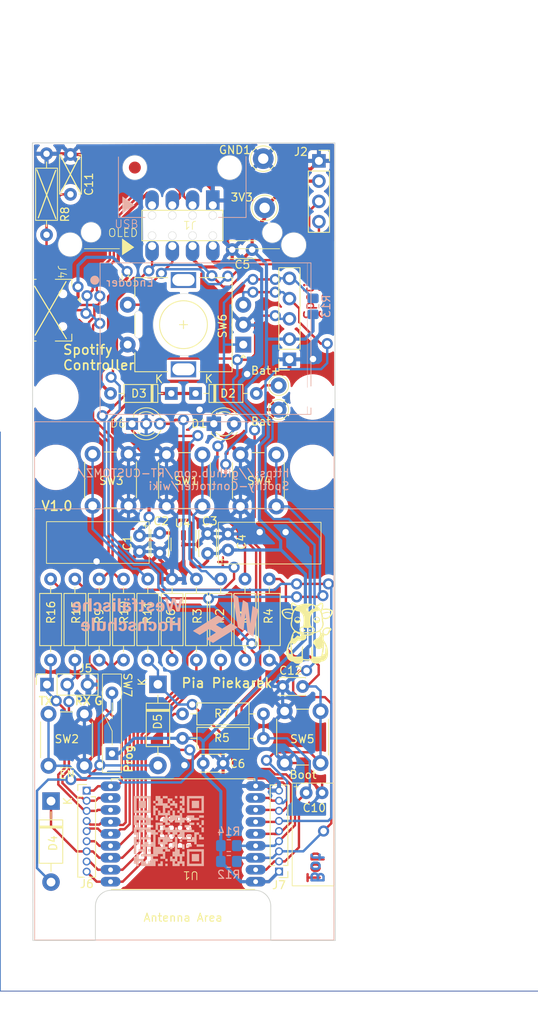
<source format=kicad_pcb>
(kicad_pcb (version 20221018) (generator pcbnew)
  (layers (0 "F.Cu" signal) (31 "B.Cu" signal) (34 "B.Paste" user) (35 "F.Paste" user) (36 "B.SilkS" user "B.Silkscreen") (37 "F.SilkS" user "F.Silkscreen") (38 "B.Mask" user) (39 "F.Mask" user) (44 "Edge.Cuts" user))
  (net 0 "")
  (net 1 "/5V_IN")
  (net 2 "GND")
  (net 3 "+3V3")
  (net 4 "Net-(J4-Shield)")
  (net 5 "/Boot")
  (net 6 "Net-(D1-A)")
  (net 7 "VBUS")
  (net 8 "ENC_CLK")
  (net 9 "ENC_DT")
  (net 10 "ENC_SW")
  (net 11 "MOSI{slash}SDA")
  (net 12 "CLK{slash}SCL")
  (net 14 "Net-(R7-Pad2)")
  (net 15 "/VCC_{BAT}")
  (net 17 "/D-")
  (net 18 "/D+")
  (net 19 "USB_DN")
  (net 20 "USB_DP")
  (net 21 "/Program1")
  (net 22 "Net-(D6-A-Pad1)")
  (net 23 "Net-(D6-A-Pad3)")
  (net 24 "/EN")
  (net 25 "/GPIO2{slash}LED")
  (net 26 "/Button_Left")
  (net 27 "/TX{slash}Button_Right")
  (net 28 "/RX{slash}Button_Middle")
  (net 29 "/DUOLED_1")
  (net 30 "/DUOLED_2")
  (net 31 "/GPIO10")
  (net 32 "/USR_BTN_LEFT")
  (net 33 "USR_BTN_MIDDLE")
  (net 34 "USR_BTN_RIGHT")
  (footprint "Capacitor_THT:C_Disc_D3.0mm_W2.0mm_P2.50mm" (layer "F.Cu") (at 53.36 55.88)
    (fp_text reference "C5")
    (fp_text value "100n")
  )
  (footprint "Resistor_THT:R_Axial_DIN0207_L6.3mm_D2.5mm_P10.16mm_Horizontal" (layer "F.Cu") (at 58.0136 107.3404 90)
    (fp_text reference "R4")
    (fp_text value "10k")
  )
  (footprint "Resistor_THT:R_Axial_DIN0207_L6.3mm_D2.5mm_P10.16mm_Horizontal" (layer "F.Cu") (at 51.9176 107.3404 90)
    (fp_text reference "R2")
    (fp_text value "100R")
  )
  (footprint "Connector_PinHeader_1.27mm:PinHeader_1x09_P1.27mm_Vertical" (layer "F.Cu") (at 35.1028 123.708)
    (fp_text reference "J6")
    (fp_text value "Conn_01x09_Pin")
  )
  (footprint "Fiducial:Fiducial_1.5mm_Mask3mm" (layer "F.Cu") (at 63.45 139.6)
    (fp_text reference "FID2" hide)
    (fp_text value "Fiducial")
  )
  (footprint "Pia_Lib:C_Radial_D5.0mm_H11.0mm_P2.00mm_liegend" (layer "F.Cu") (at 52.832 93.539999 90)
    (fp_text reference "C4")
    (fp_text value "1u")
  )
  (footprint "Button_Switch_THT:SW_PUSH_6mm_H7.3mm" (layer "F.Cu") (at 58.892 81.586 -90)
    (fp_text reference "SW4")
    (fp_text value "SW_Push")
  )
  (footprint "Fiducial:Fiducial_1.5mm_Mask3mm" (layer "F.Cu") (at 31.25 139.6)
    (fp_text reference "FID3" hide)
    (fp_text value "Fiducial")
  )
  (footprint "Button_Switch_THT:SW_PUSH_6mm_H4.3mm" (layer "F.Cu") (at 30.32 120.59 90)
    (fp_text reference "SW2")
    (fp_text value "SW_Push")
  )
  (footprint "Capacitor_THT:C_Disc_D4.7mm_W2.5mm_P5.00mm" (layer "F.Cu") (at 33.0708 43.95 -90)
    (fp_text reference "C11")
    (fp_text value "4n7")
  )
  (footprint "Pia_Lib:C_Radial_D5.0mm_H11.0mm_P2.00mm_liegend" (layer "F.Cu") (at 41.734001 91.739998 -90)
    (fp_text reference "C1")
    (fp_text value "1u")
  )
  (footprint "Resistor_THT:R_Axial_DIN0207_L6.3mm_D2.5mm_P10.16mm_Horizontal" (layer "F.Cu") (at 54.9656 107.3404 90)
    (fp_text reference "R1")
    (fp_text value "300R")
  )
  (footprint "LED_THT:LED_D3.0mm" (layer "F.Cu") (at 51.054 77.712)
    (fp_text reference "D1")
    (fp_text value "LED")
  )
  (footprint "Pia_Lib:ESP32_C3_Wroom_02-easysolder" (layer "F.Cu") (at 47.2 146.5892 180)
    (fp_text reference "U1")
    (fp_text value "ESP32-C3-WROOM-02")
  )
  (footprint "Rotary_Encoder:RotaryEncoder_Alps_EC11E-Switch_Vertical_H20mm" (layer "F.Cu") (at 54.748 67.79 180)
    (fp_text reference "SW6")
    (fp_text value "RotaryEncoder_Switch")
  )
  (footprint "Resistor_THT:R_Axial_DIN0207_L6.3mm_D2.5mm_P10.16mm_Horizontal" (layer "F.Cu") (at 39.7256 97.1804 -90)
    (fp_text reference "R10")
    (fp_text value "22R")
  )
  (footprint "LOGO" (layer "F.Cu") (at 62.7634 103.9368)
    (fp_text reference "G***" hide)
    (fp_text value "LOGO" hide)
  )
  (footprint "Connector_Pin:Pin_D1.0mm_L10.0mm" (layer "F.Cu") (at 59.182 72.912)
    (fp_text reference "TP1" hide)
    (fp_text value "Bat+")
  )
  (footprint "Connector_PinSocket_2.54mm:PinSocket_1x04_P2.54mm_Vertical" (layer "F.Cu") (at 64.2366 44.7548)
    (fp_text reference "J2")
    (fp_text value "Conn_01x04")
  )
  (footprint "Diode_THT:D_DO-41_SOD81_P10.16mm_Horizontal" (layer "F.Cu") (at 30.6324 125.0188 -90)
    (fp_text reference "D4")
    (fp_text value "1N5819")
  )
  (footprint "MountingHole:MountingHole_2.7mm_M2.5" (layer "F.Cu") (at 63.45 139.6)
    (fp_text reference "H4" hide)
    (fp_text value "MountingHole")
  )
  (footprint "Resistor_THT:R_Axial_DIN0207_L6.3mm_D2.5mm_P10.16mm_Horizontal" (layer "F.Cu") (at 36.6776 97.1804 -90)
    (fp_text reference "R9")
    (fp_text value "22R")
  )
  (footprint "Connector_Pin:Pin_D1.3mm_L11.0mm" (layer "F.Cu") (at 57.4294 50.6476 180)
    (fp_text reference "3V3")
    (fp_text value "3V3")
  )
  (footprint "Pia_Lib:Drahtschalter" (layer "F.Cu") (at 35.306 116.0272 90)
    (fp_text reference "SW7")
    (fp_text value "SW_DIP_x01")
  )
  (footprint "Button_Switch_THT:SW_PUSH_6mm_H7.3mm" (layer "F.Cu") (at 35.85 88 90)
    (fp_text reference "SW3")
    (fp_text value "SW_Push")
  )
  (footprint "Pia_Lib:LED-3Pin" (layer "F.Cu") (at 42.6212 77.5716)
    (fp_text reference "D6")
    (fp_text value "Zweifarb-LED")
  )
  (footprint "Pia_Lib:C_Radial_D5.0mm_H11.0mm_P2.00mm_liegend" (layer "F.Cu") (at 62.6364 123.9774)
    (fp_text reference "C10")
    (fp_text value "1u")
  )
  (footprint "Button_Switch_THT:SW_PUSH_6mm_H7.3mm" (layer "F.Cu") (at 49.621 81.586 -90)
    (fp_text reference "SW1")
    (fp_text value "SW_Push")
  )
  (footprint "Connector_PinHeader_1.27mm:PinHeader_1x09_P1.27mm_Vertical" (layer "F.Cu") (at 59.2328 133.858 180)
    (fp_text reference "J7")
    (fp_text value "Conn_01x09_Pin")
  )
  (footprint "Resistor_THT:R_Axial_DIN0207_L6.3mm_D2.5mm_P10.16mm_Horizontal" (layer "F.Cu") (at 30.5816 97.1804 -90)
    (fp_text reference "R16")
    (fp_text value "300R")
  )
  (footprint "Resistor_THT:R_Axial_DIN0207_L6.3mm_D2.5mm_P10.16mm_Horizontal" (layer "F.Cu") (at 42.7736 107.3404 90)
    (fp_text reference "R11")
    (fp_text value "300R")
  )
  (footprint "Capacitor_THT:C_Disc_D3.0mm_W2.0mm_P2.50mm" (layer "F.Cu") (at 59.69 110.65)
    (fp_text reference "C12")
    (fp_text value "100n")
  )
  (footprint "Connector_Pin:Pin_D1.3mm_L11.0mm" (layer "F.Cu") (at 57.2516 44.4754)
    (fp_text reference "GND1")
    (fp_text value "GND")
  )
  (footprint "Resistor_THT:R_Axial_DIN0207_L6.3mm_D2.5mm_P10.16mm_Horizontal" (layer "F.Cu") (at 45.8216 107.3404 90)
    (fp_text reference "R6")
    (fp_text value "10K")
  )
  (footprint "Pia_Lib:USB_B_Micro_CN" (layer "F.Cu") (at 35.022 63.0725 -90)
    (fp_text reference "J4")
    (fp_text value "USB_B_Micro")
  )
  (footprint "Resistor_THT:R_Axial_DIN0207_L6.3mm_D2.5mm_P10.16mm_Horizontal" (layer "F.Cu") (at 48.8696 107.3404 90)
    (fp_text reference "R3")
    (fp_text value "100R")
  )
  (footprint "Button_Switch_THT:SW_PUSH_6mm_H4.3mm" (layer "F.Cu") (at 64.44 113.7491 -90)
    (fp_text reference "SW5")
    (fp_text value "Boot")
  )
  (footprint "MountingHole:MountingHole_2.7mm_M2.5" (layer "F.Cu") (at 63.45 83.18)
    (fp_text reference "H5" hide)
    (fp_text value "MountingHole")
  )
  (footprint "Connector_Pin:Pin_D1.0mm_L10.0mm" (layer "F.Cu") (at 59.182 75.946)
    (fp_text reference "TP2" hide)
    (fp_text value "Bat-")
  )
  (footprint "Capacitor_THT:C_Disc_D3.0mm_W2.0mm_P2.50mm" (layer "F.Cu") (at 49.7186 120.2766)
    (fp_text reference "C6")
    (fp_text value "100n")
  )
  (footprint "Resistor_THT:R_Axial_DIN0207_L6.3mm_D2.5mm_P10.16mm_Horizontal" (layer "F.Cu") (at 47.127801 117.1524)
    (fp_text reference "R5")
    (fp_text value "10k")
  )
  (footprint "Fiducial:Fiducial_1.5mm_Mask3mm" (layer "F.Cu") (at 41.148 45.593)
    (fp_text reference "FID1" hide)
    (fp_text value "Fiducial")
  )
  (footprint "Diode_THT:D_DO-35_SOD27_P7.62mm_Horizontal" (layer "F.Cu") (at 45.72 73.914 180)
    (fp_text reference "D3")
    (fp_text value "1N4148")
  )
  (footprint "Resistor_THT:R_Axial_DIN0207_L6.3mm_D2.5mm_P10.16mm_Horizontal" (layer "F.Cu") (at 33.6296 97.1804 -90)
    (fp_text reference "R15")
    (fp_text value "300R")
  )
  (footprint "MountingHole:MountingHole_2.7mm_M2.5" (layer "F.Cu") (at 31.25 139.6)
    (fp_text reference "H1" hide)
    (fp_text value "MountingHole")
  )
  (footprint "Pia_Lib:Encoder KY-040" (layer "F.Cu") (at 47.34 65.29 180)
    (fp_text reference "J3")
    (fp_text value "Conn_01x05_Socket")
    (fp_line (start 5.2324 -1.1792) (end 5.2324 1.2084) (stroke (width 0.05)) (layer "Edge.Cuts"))
    (fp_line (start 6.2484 1.2084) (end 6.2484 -1.1792) (stroke (width 0.05)) (layer "Edge.Cuts"))
    (fp_arc (start 5.2324 -1.1792) (mid 5.7404 -1.6872) (end 6.2484 -1.1792) (stroke (width 0.05)) (layer "Edge.Cuts"))
    (fp_arc (start 6.2484 1.2084) (mid 5.7404 1.7164) (end 5.2324 1.2084) (stroke (width 0.05)) (layer "Edge.Cuts"))
    (fp_circle (center 0 0) (end 3.9 0) (stroke (width 0.05)) (fill none) (layer "Edge.Cuts"))
  )
  (footprint "Capacitor_THT:C_Disc_D3.0mm_W2.0mm_P2.50mm" (layer "F.Cu") (at 44.274001 91.399999 -90)
    (fp_text reference "C2")
    (fp_text value "100n")
  )
  (footprint "Connector_PinSocket_2.54mm:PinSocket_1x03_P2.54mm_Vertical" (layer "F.Cu") (at 30.1244 110.4138 90)
    (fp_text reference "J5")
    (fp_text value "Conn_01x03")
  )
  (footprint "Capacitor_THT:C_Disc_D3.0mm_W2.0mm_P2.50mm" (layer "F.Cu") (at 50.284001 93.98 90)
    (fp_text reference "C3")
    (fp_text value "100n")
  )
  (footprint "Pia_Lib:USB_C_and_Oled" (layer "F.Cu") (at 50.927 52.8974 180)
    (fp_text reference "J1")
    (fp_text value "Conn_02x04_Top_Bottom")
    (fp_circle (center -10.15 -2.4) (end -8.949942 -3.397253) (stroke (width 0.05)) (fill none) (layer "Edge.Cuts"))
    (fp_circle (center -7.4676 -0.862) (end -8.7052 -0.6204) (stroke (width 0.05)) (fill none) (layer "Edge.Cuts"))
    (fp_circle (center -2.1082 7.3) (end -0.579973 7.3) (stroke (width 0.05)) (fill none) (layer "Edge.Cuts"))
    (fp_circle (center 0 -1.23) (end 0.5 -1.23) (stroke (width 0.05)) (fill none) (layer "Edge.Cuts"))
    (fp_circle (center 0 1.31) (end 0.5 1.31) (stroke (width 0.05)) (fill none) (layer "Edge.Cuts"))
    (fp_circle (center 2.54 -1.23) (end 3.04 -1.23) (stroke (width 0.05)) (fill none) (layer "Edge.Cuts"))
    (fp_circle (center 2.54 1.31) (end 3.04 1.31) (stroke (width 0.05)) (fill none) (layer "Edge.Cuts"))
    (fp_circle (center 5.08 -1.23) (end 5.58 -1.23) (stroke (width 0.05)) (fill none) (layer "Edge.Cuts"))
    (fp_circle (center 5.08 1.31) (end 5.58 1.31) (stroke (width 0.05)) (fill none) (layer "Edge.Cuts"))
    (fp_circle (center 7.62 -1.23) (end 8.12 -1.23) (stroke (width 0.05)) (fill none) (layer "Edge.Cuts"))
    (fp_circle (center 7.62 1.31) (end 8.12 1.31) (stroke (width 0.05)) (fill none) (layer "Edge.Cuts"))
    (fp_circle (center 9.783227 7.3) (end 11.311454 7.3) (stroke (width 0.05)) (fill none) (layer "Edge.Cuts"))
    (fp_circle (center 15.273224 -0.811093) (end 14.0532 -1.1284) (stroke (width 0.05)) (fill none) (layer "Edge.Cuts"))
    (fp_circle (center 17.890824 -2.349093) (end 17.1704 -3.6684) (stroke (width 0.05)) (fill none) (layer "Edge.Cuts"))
  )
  (footprint "Diode_THT:D_DO-41_SOD81_P10.16mm_Horizontal" (layer "F.Cu") (at 44.0436 110.3884 -90)
    (fp_text reference "D5")
    (fp_text value "1N5819")
  )
  (footprint "MountingHole:MountingHole_2.7mm_M2.5" (layer "F.Cu") (at 31.25 83.18)
    (fp_text reference "H6" hide)
    (fp_text value "MountingHole")
  )
  (footprint "Diode_THT:D_DO-35_SOD27_P7.62mm_Horizontal" (layer "F.Cu") (at 48.768 73.914)
    (fp_text reference "D2")
    (fp_text value "1N4148")
  )
  (footprint "Resistor_THT:R_Axial_DIN0207_L6.3mm_D2.5mm_P10.16mm_Horizontal" (layer "F.Cu") (at 30.07 54.019999 90)
    (fp_text reference "R8")
    (fp_text value "1M")
  )
  (footprint "Resistor_THT:R_Axial_DIN0207_L6.3mm_D2.5mm_P10.16mm_Horizontal" (layer "F.Cu") (at 57.28 114.09 180)
    (fp_text reference "R7")
    (fp_text value "22R")
  )
  (footprint "Package_TO_SOT_SMD:SOT-23-5" (layer "F.Cu") (at 47.245601 92.839099 -90)
    (fp_text reference "U4")
    (fp_text value "AP2112K-3.3")
  )
  (footprint "MountingHole:MountingHole_2.7mm_M2.5" (layer "B.Cu") (at 63.45 74.36 180)
    (fp_text reference "H2" hide)
    (fp_text value "MountingHole")
  )
  (footprint "Resistor_SMD:R_0805_2012Metric_Pad1.20x1.40mm_HandSolder" (layer "B.Cu") (at 52.9336 130.6068)
    (fp_text reference "R14")
    (fp_text value "10k")
  )
  (footprint "LOGO" (layer "B.Cu") (at 44.900562 102.050221 180)
    (fp_text reference "G***" hide)
    (fp_text value "LOGO" hide)
  )
  (footprint "MountingHole:MountingHole_2.7mm_M2.5" (layer "B.Cu") (at 31.25 74.36 180)
    (fp_text reference "H3" hide)
    (fp_text value "MountingHole")
  )
  (footprint "Resistor_SMD:R_0805_2012Metric_Pad1.20x1.40mm_HandSolder" (layer "B.Cu") (at 52.9336 132.588)
    (fp_text reference "R12")
    (fp_text value "10k")
  )
  (footprint "Pia_Lib:Battery_holder" (layer "B.Cu") (at 50.9202 115.36 90)
    (fp_text reference "BT1" hide)
    (fp_text value "Battery_Holder")
  )
  (footprint "Resistor_SMD:R_0805_2012Metric_Pad1.20x1.40mm_HandSolder" (layer "B.Cu") (at 63.5 62.992 90)
    (fp_text reference "R13")
    (fp_text value "10k")
  )
  (footprint "Pia_Lib:QRCode1x1" (layer "B.Cu") (at 45.4152 128.778 180)
    (fp_text reference "G***" hide)
    (fp_text value "LOGO" hide)
  )
  (gr_line (start 24.2824 78.74) (end 24.2824 148.844) (stroke (width 0.1)) (layer "F.Cu"))
  (gr_line (start 24.2824 148.844) (end 91.694 148.844) (stroke (width 0.1)) (layer "F.Cu"))
  (gr_line (start 24.2824 148.844) (end 91.694 148.844) (stroke (width 0.1)) (layer "B.Cu"))
  (gr_line (start 24.2824 78.74) (end 24.2824 148.844) (stroke (width 0.1)) (layer "B.Cu"))
  (gr_circle (center 36.1188 59.7154) (end 36.602068 59.7154) (stroke (width 0.15)) (fill solid) (layer "B.SilkS"))
  (gr_line (start 28.6512 66.5988) (end 32.512 59.8932) (stroke (width 0.15)) (layer "F.SilkS"))
  (gr_line (start 28.8544 45.8724) (end 31.242 51.9938) (stroke (width 0.15)) (layer "F.SilkS"))
  (gr_line (start 30.4292 48.0822) (end 30.4292 48.0822) (stroke (width 0.15)) (layer "F.SilkS"))
  (gr_line (start 32.5628 67.056) (end 28.575 60.4774) (stroke (width 0.15)) (layer "F.SilkS"))
  (gr_line (start 29.0322 51.8922) (end 31.2166 45.9486) (stroke (width 0.15)) (layer "F.SilkS"))
  (gr_circle (center 36.118133 59.7154) (end 36.600733 59.7408) (stroke (width 0.15)) (fill solid) (layer "F.SilkS"))
  (gr_line (start 31.877 44.196) (end 34.2392 48.6664) (stroke (width 0.15)) (layer "F.SilkS"))
  (gr_line (start 31.9278 48.641) (end 34.1884 44.2214) (stroke (width 0.15)) (layer "F.SilkS"))
  (gr_line (start 66.3 142.5) (end 58.2 142.5) (stroke (width 0.1)) (layer "Edge.Cuts"))
  (gr_line (start 56.2 136.2) (end 38.2 136.2) (stroke (width 0.1)) (layer "Edge.Cuts"))
  (gr_line (start 66.24 42.5) (end 28.3 42.5) (stroke (width 0.1)) (layer "Edge.Cuts"))
  (gr_line (start 66.3 142.5) (end 66.24 42.5) (stroke (width 0.1)) (layer "Edge.Cuts"))
  (gr_line (start 28.36 142.5) (end 36.2 142.5) (stroke (width 0.1)) (layer "Edge.Cuts"))
  (gr_line (start 28.3 42.5) (end 28.36 142.5) (stroke (width 0.1)) (layer "Edge.Cuts"))
  (gr_line (start 36.2 142.5) (end 36.2 138.2) (stroke (width 0.1)) (layer "Edge.Cuts"))
  (gr_line (start 58.2 142.5) (end 58.2 138.2) (stroke (width 0.1)) (layer "Edge.Cuts"))
  (gr_arc (start 56.2 136.2) (mid 57.614214 136.785786) (end 58.2 138.2) (stroke (width 0.1)) (layer "Edge.Cuts"))
  (gr_arc (start 36.2 138.2) (mid 36.785786 136.785786) (end 38.2 136.2) (stroke (width 0.1)) (layer "Edge.Cuts"))
  (gr_text "GND" (at 51.689 43.9928) (layer "F.Cu") (effects (font (size 1 1) (thickness 0.2) bold) (justify left bottom)))
  (gr_text "Top" (at 64.516 135.382 90) (layer "F.Cu") (effects (font (size 1.5 1.5) (thickness 0.3) bold) (justify left bottom)))
  (gr_text "+" (at 51.054 95.8088) (layer "F.Cu") (effects (font (size 1.5 1.5) (thickness 0.3) bold) (justify left bottom)))
  (gr_text "Spotify \nController" (at 65.6336 64.7446 90) (layer "F.Cu") (effects (font (size 1.2 1.2) (thickness 0.2) bold) (justify left bottom)))
  (gr_text "+" (at 61.8998 126.5682) (layer "F.Cu") (effects (font (size 1.5 1.5) (thickness 0.3) bold) (justify left bottom)))
  (gr_text "3V3" (at 53.213 49.911) (layer "F.Cu") (effects (font (size 1 1) (thickness 0.2) bold) (justify left bottom)))
  (gr_text "V1.0\n" (at 29.3116 88.6968) (layer "F.Cu") (effects (font (size 1.2 1.2) (thickness 0.2) bold) (justify left bottom)))
  (gr_text "+" (at 39.2684 91.6432) (layer "F.Cu") (effects (font (size 1.5 1.5) (thickness 0.3) bold) (justify left bottom)))
  (gr_text "Bot" (at 63.119 135.509 270) (layer "B.Cu") (effects (font (size 1.5 1.5) (thickness 0.3) bold) (justify left bottom mirror)))
  (gr_text "https://github.com/RT-CUSTOMZ/\nSpotify-Controller/wiki" (at 60.6298 86.106) (layer "B.SilkS") (effects (font (size 1 1)) (justify left bottom mirror)))
  (gr_text "Pia Piekarek" (at 46.8884 110.9218) (layer "F.SilkS") (effects (font (size 1.2 1.2) (thickness 0.2) bold) (justify left bottom)))
  (gr_text "TX" (at 28.9814 113.0554) (layer "F.SilkS") (effects (font (size 1 1) (thickness 0.2) bold) (justify left bottom)))
  (gr_text "V1.0" (at 29.3116 88.722201) (layer "F.SilkS") (effects (font (size 1.2 1.2) (thickness 0.2) bold) (justify left bottom)))
  (gr_text "Boot" (at 60.452 122.301) (layer "F.SilkS") (effects (font (size 1 1)) (justify left bottom)))
  (gr_text "Prog" (at 40.9448 121.5644 90) (layer "F.SilkS") (effects (font (size 1 1) (thickness 0.2) bold) (justify left bottom)))
  (gr_text "Bat-" (at 55.626 78.0034) (layer "F.SilkS") (effects (font (size 1 1)) (justify left bottom)))
  (gr_text "EN" (at 31.5722 122.301) (layer "F.SilkS") (effects (font (size 1 1)) (justify left bottom)))
  (gr_text "Bat+" (at 55.626 71.628) (layer "F.SilkS") (effects (font (size 1 1)) (justify left bottom)))
  (gr_text "RX" (at 33.5026 113.0554) (layer "F.SilkS") (effects (font (size 1 1) (thickness 0.2) bold) (justify left bottom)))
  (gr_text "G" (at 35.941 113.0554) (layer "F.SilkS") (effects (font (size 1 1) (thickness 0.2) bold) (justify left bottom)))
  (gr_text "Spotify \nController" (at 32.0294 71.0692) (layer "F.SilkS") (effects (font (size 1.2 1.2) (thickness 0.2)) (justify left bottom)))
  (segment (start 42.926 82.0928) (end 42.926 89.408) (width 0.4) (layer "F.Cu") (net 1))
  (segment (start 44.274001 91.399999) (end 45.492001 91.399999) (width 0.4) (layer "F.Cu") (net 1))
  (segment (start 45.793601 91.701599) (end 46.295601 91.701599) (width 0.4) (layer "F.Cu") (net 1))
  (segment (start 47.8282 89.8144) (end 48.195601 90.181801) (width 0.4) (layer "F.Cu") (net 1))
  (segment (start 38.354 76.962) (end 38.354 78.74) (width 0.4) (layer "F.Cu") (net 1))
  (segment (start 46.295601 91.701599) (end 46.295601 90.229399) (width 0.4) (layer "F.Cu") (net 1))
  (segment (start 46.295601 90.229399) (end 46.7106 89.8144) (width 0.4) (layer "F.Cu") (net 1))
  (segment (start 48.195601 90.181801) (end 48.195601 91.701599) (width 0.4) (layer "F.Cu") (net 1))
  (segment (start 38.735 79.121) (end 39.9542 79.121) (width 0.4) (layer "F.Cu") (net 1))
  (segment (start 45.72 73.914) (end 48.768 73.914) (width 0.4) (layer "F.Cu") (net 1))
  (segment (start 45.72 73.914) (end 41.402 73.914) (width 0.4) (layer "F.Cu") (net 1))
  (segment (start 46.7106 89.8144) (end 47.8282 89.8144) (width 0.4) (layer "F.Cu") (net 1))
  (segment (start 41.402 73.914) (end 38.354 76.962) (width 0.4) (layer "F.Cu") (net 1))
  (segment (start 39.9542 79.121) (end 42.926 82.0928) (width 0.4) (layer "F.Cu") (net 1))
  (segment (start 45.492001 91.399999) (end 45.793601 91.701599) (width 0.4) (layer "F.Cu") (net 1))
  (segment (start 38.354 78.74) (end 38.735 79.121) (width 0.4) (layer "F.Cu") (net 1))
  (via (at 42.926 89.408) (size 1.4) (drill 0.8) (layers "F.Cu" "B.Cu") (net 1))
  (segment (start 41.988001 90.678) (end 41.734001 90.932) (width 0.4) (layer "B.Cu") (net 1))
  (segment (start 42.926 90.17) (end 42.418 90.678) (width 0.4) (layer "B.Cu") (net 1))
  (segment (start 43.934002 91.739998) (end 44.274001 91.399999) (width 0.4) (layer "B.Cu") (net 1))
  (segment (start 42.926 89.408) (end 42.926 90.17) (width 0.4) (layer "B.Cu") (net 1))
  (segment (start 42.418 90.678) (end 41.988001 90.678) (width 0.4) (layer "B.Cu") (net 1))
  (segment (start 41.734001 90.932) (end 41.734001 91.739998) (width 0.4) (layer "B.Cu") (net 1))
  (segment (start 41.734001 91.739998) (end 43.934002 91.739998) (width 0.4) (layer "B.Cu") (net 1))
  (segment (start 34.1401 64.7725) (end 34.7472 65.3796) (width 0.4) (layer "F.Cu") (net 2))
  (segment (start 47.34 130.028) (end 47.34 128.928) (width 0.3) (layer "F.Cu") (net 2))
  (segment (start 32.980799 43.859999) (end 33.0708 43.95) (width 0.4) (layer "F.Cu") (net 2))
  (segment (start 62.272625 120.2491) (end 59.94 120.2491) (width 0.3) (layer "F.Cu") (net 2))
  (segment (start 45.8216 97.1804) (end 44.98686 96.34566) (width 0.4) (layer "F.Cu") (net 2))
  (segment (start 64.6364 123.9774) (end 64.6364 122.612875) (width 0.3) (layer "F.Cu") (net 2))
  (segment (start 47.6839 120.5149) (end 49.2252 118.9736) (width 0.4) (layer "F.Cu") (net 2))
  (segment (start 37.25 90.512) (end 37.25 80.176) (width 0.4) (layer "F.Cu") (net 2))
  (segment (start 44.6278 46.9392) (end 44.6246 46.9424) (width 0.4) (layer "F.Cu") (net 2))
  (segment (start 34.7472 77.673199) (end 35.1028 78.0288) (width 0.4) (layer "F.Cu") (net 2))
  (segment (start 34.798 44.45) (end 34.798 45.7708) (width 0.4) (layer "F.Cu") (net 2))
  (segment (start 36.3474 94.9706) (end 36.3474 91.4146) (width 0.4) (layer "F.Cu") (net 2))
  (segment (start 46.925542 95.441458) (end 44.98686 95.441458) (width 0.4) (layer "F.Cu") (net 2))
  (segment (start 44.848 72.39) (end 54.325072 72.39) (width 0.4) (layer "F.Cu") (net 2))
  (segment (start 47.3629 120.5149) (end 47.6839 120.5149) (width 0.4) (layer "F.Cu") (net 2))
  (segment (start 53.14875 48.288619) (end 52.8066 48.630769) (width 0.4) (layer "F.Cu") (net 2))
  (segment (start 44.274001 94.728599) (end 44.274001 93.899999) (width 0.4) (layer "F.Cu") (net 2))
  (segment (start 64.6364 122.612875) (end 62.272625 120.2491) (width 0.3) (layer "F.Cu") (net 2))
  (segment (start 45.14 127.828) (end 46.29 127.828) (width 0.3) (layer "F.Cu") (net 2))
  (segment (start 35.1028 78.0288) (end 34.798 77.724) (width 0.4) (layer "F.Cu") (net 2))
  (segment (start 37.4396 56.947782) (end 35.332382 59.055) (width 0.4) (layer "F.Cu") (net 2))
  (segment (start 55.229536 71.485536) (end 61.610464 71.485536) (width 0.4) (layer "F.Cu") (net 2))
  (segment (start 47.34 128.928) (end 47.34 127.828) (width 0.3) (layer "F.Cu") (net 2))
  (segment (start 37.4396 51.836398) (end 37.4396 56.947782) (width 0.4) (layer "F.Cu") (net 2))
  (segment (start 51.9176 118.9736) (end 52.2186 119.2746) (width 0.4) (layer "F.Cu") (net 2))
  (segment (start 34.798 45.7708) (end 39.126199 50.098999) (width 0.4) (layer "F.Cu") (net 2))
  (segment (start 47.245601 92.858999) (end 47.245601 95.121399) (width 0.4) (layer "F.Cu") (net 2))
  (segment (start 45.14 128.928) (end 46.29 128.928) (width 0.3) (layer "F.Cu") (net 2))
  (segment (start 46.29 128.928) (end 46.29 127.828) (width 0.3) (layer "F.Cu") (net 2))
  (segment (start 34.298 43.95) (end 34.798 44.45) (width 0.4) (layer "F.Cu") (net 2))
  (segment (start 47.245601 91.701599) (end 47.245601 92.858999) (width 0.4) (layer "F.Cu") (net 2))
  (segment (start 33.0708 43.95) (end 34.298 43.95) (width 0.4) (layer "F.Cu") (net 2))
  (segment (start 34.7472 65.3796) (end 34.7472 77.673199) (width 0.4) (layer "F.Cu") (net 2))
  (segment (start 51.0794 57.4548) (end 52.9844 57.4548) (width 0.4) (layer "F.Cu") (net 2))
  (segment (start 46.29 127.828) (end 47.34 127.828) (width 0.3) (layer "F.Cu") (net 2))
  (segment (start 35.332382 59.055) (end 33.42884 59.055) (width 0.4) (layer "F.Cu") (net 2))
  (segment (start 30.7848 61.69904) (end 30.7848 64.2112) (width 0.4) (layer "F.Cu") (net 2))
  (segment (start 47.34 130.028) (end 46.29 130.028) (width 0.3) (layer "F.Cu") (net 2))
  (segment (start 52.9844 57.4548) (end 53.36 57.0792) (width 0.4) (layer "F.Cu") (net 2))
  (segment (start 44.6246 46.9424) (end 42.333598 46.9424) (width 0.4) (layer "F.Cu") (net 2))
  (segment (start 52.2186 121.8146) (end 52.2186 120.2766) (width 0.4) (layer "F.Cu") (net 2))
  (segment (start 50.927 50.3174) (end 50.927 48.4378) (width 0.4) (layer "F.Cu") (net 2))
  (segment (start 44.6278 46.9052) (end 44.6278 46.9392) (width 0.4) (layer "F.Cu") (net 2))
  (segment (start 46.29 130.028) (end 45.14 130.028) (width 0.3) (layer "F.Cu") (net 2))
  (segment (start 33.42884 59.055) (end 30.7848 61.69904) (width 0.4) (layer "F.Cu") (net 2))
  (segment (start 56.3 123.128) (end 57.7534 123.128) (width 0.4) (layer "F.Cu") (net 2))
  (segment (start 49.3944 46.9052) (end 44.6278 46.9052) (width 0.4) (layer "F.Cu") (net 2))
  (segment (start 54.325072 72.39) (end 55.229536 71.485536) (width 0.4) (layer "F.Cu") (net 2))
  (segment (start 40.248 67.79) (end 44.848 72.39) (width 0.4) (layer "F.Cu") (net 2))
  (segment (start 53.438381 48.288619) (end 53.14875 48.288619) (width 0.4) (layer "F.Cu") (net 2))
  (segment (start 37.25 80.176) (end 35.1028 78.0288) (width 0.4) (layer "F.Cu") (net 2))
  (segment (start 57.2516 44.4754) (end 58.5516 45.7754) (width 0.4) (layer "F.Cu") (net 2))
  (segment (start 52.2186 119.2746) (end 52.2186 120.2766) (width 0.4) (layer "F.Cu") (net 2))
  (segment (start 31.3461 64.7725) (end 34.1401 64.7725) (width 0.4) (layer "F.Cu") (net 2))
  (segment (start 50.927 57.3024) (end 51.0794 57.4548) (width 0.4) (layer "F.Cu") (net 2))
  (segment (start 30.07 43.859999) (end 32.980799 43.859999) (width 0.4) (layer "F.Cu") (net 2))
  (segment (start 50.927 48.4378) (end 49.3944 46.9052) (width 0.4) (layer "F.Cu") (net 2))
  (segment (start 42.333598 46.9424) (end 37.4396 51.836398) (width 0.4) (layer "F.Cu") (net 2))
  (segment (start 47.245601 92.858999) (end 48.905002 92.858999) (width 0.4) (layer "F.Cu") (net 2))
  (segment (start 61.610464 71.485536) (end 63.5 69.596) (width 0.4) (layer "F.Cu") (net 2))
  (segment (start 59.182 75.946) (end 49.276 75.946) (width 0.4) (layer "F.Cu") (net 2))
  (segment (start 58.3234 123.698) (end 59.2328 123.698) (width 0.4) (layer "F.Cu") (net 2))
  (segment (start 49.2252 118.9736) (end 51.9176 118.9736) (width 0.4) (layer "F.Cu") (net 2))
  (segment (start 53.532 123.128) (end 52.2186 121.8146) (width 0.4) (layer "F.Cu") (net 2))
  (segment (start 36.3474 91.4146) (end 37.25 90.512) (width 0.4) (layer "F.Cu") (net 2))
  (segment (start 57.2516 44.4754) (end 53.438381 48.288619) (width 0.4) (layer "F.Cu") (net 2))
  (segment (start 58.5516 45.7754) (end 63.216 45.7754) (width 0.4) (layer "F.Cu") (net 2))
  (segment (start 46.29 130.028) (end 46.29 128.928) (width 0.3) (layer "F.Cu") (net 2))
  (segment (start 53.36 57.0792) (end 53.36 55.88) (width 0.4) (layer "F.Cu") (net 2))
  (segment (start 46.29 128.928) (end 47.34 128.928) (width 0.3) (layer "F.Cu") (net 2))
  (segment (start 45.14 128.928) (end 45.14 127.828) (width 0.3) (layer "F.Cu") (net 2))
  (segment (start 60.060211 91.302211) (end 56.812026 91.302211) (width 0.4) (layer "F.Cu") (net 2))
  (segment (start 30.7848 64.2112) (end 31.3461 64.7725) (width 0.4) (layer "F.Cu") (net 2))
  (segment (start 44.98686 95.441458) (end 44.274001 94.728599) (width 0.4) (layer "F.Cu") (net 2))
  (segment (start 48.905002 92.858999) (end 50.284001 91.48) (width 0.4) (layer "F.Cu") (net 2))
  (segment (start 52.8066 48.630769) (end 52.8066 55.3266) (width 0.4) (layer "F.Cu") (net 2))
  (segment (start 44.98686 96.34566) (end 44.98686 95.441458) (width 0.4) (layer "F.Cu") (net 2))
  (segment (start 50.927 55.3974) (end 50.927 57.3024) (width 0.4) (layer "F.Cu") (net 2))
  (segment (start 56.3 123.128) (end 53.532 123.128) (width 0.4) (layer "F.Cu") (net 2))
  (segment (start 52.8066 55.3266) (end 53.36 55.88) (width 0.4) (layer "F.Cu") (net 2))
  (segment (start 57.8891 123.2637) (end 58.3234 123.698) (width 0.4) (layer "F.Cu") (net 2))
  (segment (start 47.245601 95.121399) (end 46.925542 95.441458) (width 0.4) (layer "F.Cu") (net 2))
  (segment (start 45.14 130.028) (end 45.14 128.928) (width 0.3) (layer "F.Cu") (net 2))
  (segment (start 63.216 45.7754) (end 64.2366 44.7548) (width 0.4) (layer "F.Cu") (net 2))
  (segment (start 57.7534 123.128) (end 57.8891 123.2637) (width 0.4) (layer "F.Cu") (net 2))
  (via (at 47.3629 120.5149) (size 1.4) (drill 0.8) (layers "F.Cu" "B.Cu") (net 2))
  (via (at 60.060211 91.302211) (size 1.4) (drill 0.8) (layers "F.Cu" "B.Cu") (net 2))
  (via (at 55.229536 71.485536) (size 1.4) (drill 0.8) (layers "F.Cu" "B.Cu") (net 2))
  (via (at 49.276 75.946) (size 1.4) (drill 0.8) (layers "F.Cu" "B.Cu") (net 2))
  (via (at 63.5 69.596) (size 1.4) (drill 0.8) (layers "F.Cu" "B.Cu") (net 2))
  (via (at 56.812026 91.302211) (size 1.4) (drill 0.8) (layers "F.Cu" "B.Cu") (net 2))
  (via (at 36.3474 94.9706) (size 1.4) (drill 0.8) (layers "F.Cu" "B.Cu") (net 2))
  (segment (start 42.569 81.483) (end 42.569 77.732) (width 0.4) (layer "B.Cu") (net 2))
  (segment (start 52.2186 120.2766) (end 52.2186 116.4374) (width 0.4) (layer "B.Cu") (net 2))
  (segment (start 35.2044 108.5088) (end 35.2044 110.4138) (width 0.4) (layer "B.Cu") (net 2))
  (segment (start 63.1405 105.5155) (end 63.1405 94.3825) (width 0.4) (layer "B.Cu") (net 2))
  (segment (start 52.2186 116.4374) (end 58.293 110.363) (width 0.4) (layer "B.Cu") (net 2))
  (segment (start 34.8296 96.4884) (end 34.8296 108.134) (width 0.4) (layer "B.Cu") (net 2))
  (segment (start 51.816 91.48) (end 52.772001 91.48) (width 0.4) (layer "B.Cu") (net 2))
  (segment (start 50.284001 91.48) (end 51.816 91.48) (width 0.4) (layer "B.Cu") (net 2))
  (segment (start 54.392 91.404) (end 54.356 91.44) (width 0.4) (layer "B.Cu") (net 2))
  (segment (start 40.35 92.355997) (end 41.734001 93.739998) (width 0.4) (layer "B.Cu") (net 2))
  (segment (start 36.3474 94.9706) (end 34.8296 96.4884) (width 0.4) (layer "B.Cu") (net 2))
  (segment (start 55.768464 71.485536) (end 57.058 70.196) (width 0.4) (layer "B.Cu") (net 2))
  (segment (start 45.121 81.586) (end 45.121 88.086) (width 0.4) (layer "B.Cu") (net 2))
  (segment (start 56.007 80.354415) (end 56.007 90.497185) (width 0.4) (layer "B.Cu") (net 2))
  (segment (start 40.35 81.586) (end 40.35 88.086) (width 0.4) (layer "B.Cu") (net 2))
  (segment (start 49.276 75.946) (end 50.546 75.946) (width 0.4) (layer "B.Cu") (net 2))
  (segment (start 56.812026 91.302211) (end 56.574238 91.539999) (width 0.4) (layer "B.Cu") (net 2))
  (segment (start 63.456 69.64) (end 63.5 69.596) (width 0.4) (layer "B.Cu") (net 2))
  (segment (start 42.569 81.483) (end 42.672 81.586) (width 0.4) (layer "B.Cu") (net 2))
  (segment (start 54.56 57.08) (end 53.36 55.88) (width 0.4) (layer "B.Cu") (net 2))
  (segment (start 51.054 76.454) (end 51.054 77.712) (width 0.4) (layer "B.Cu") (net 2))
  (segment (start 56.574238 91.539999) (end 54.61 91.539999) (width 0.4) (layer "B.Cu") (net 2))
  (segment (start 54.3 65.35) (end 56.824 65.35) (width 0.4) (layer "B.Cu") (net 2))
  (segment (start 39.4462 121.5986) (end 39.9796 122.132) (width 0.4) (layer "B.Cu") (net 2))
  (segment (start 43.18 75.946) (end 42.569 76.557) (width 0.4) (layer "B.Cu") (net 2))
  (segment (start 42.569 76.557) (end 42.569 77.7072) (width 0.4) (layer "B.Cu") (net 2))
  (segment (start 54.392 88.086) (end 54.392 81.586) (width 0.4) (layer "B.Cu") (net 2))
  (segment (start 35.2044 110.4138) (end 35.4838 110.6932) (width 0.4) (layer "B.Cu") (net 2))
  (segment (start 56.007 90.497185) (end 56.812026 91.302211) (width 0.4) (layer "B.Cu") (net 2))
  (segment (start 49.276 75.946) (end 43.18 75.946) (width 0.4) (layer "B.Cu") (net 2))
  (segment (start 42.569 77.7072) (end 42.5858 77.724) (width 0.4) (layer "B.Cu") (net 2))
  (segment (start 51.816 91.48) (end 52.873601 91.48) (width 0.4) (layer "B.Cu") (net 2))
  (segment (start 54.61 91.539999) (end 52.9336 91.539999) (width 0.4) (layer "B.Cu") (net 2))
  (segment (start 52.704002 91.48) (end 52.764001 91.539999) (width 0.4) (layer "B.Cu") (net 2))
  (segment (start 56.254 80.107415) (end 56.623707 79.737707) (width 0.4) (layer "B.Cu") (net 2))
  (segment (start 54.0296 118.4656) (end 59.2836 118.4656) (width 0.4) (layer "B.Cu") (net 2))
  (segment (start 39.9796 122.132) (end 45.7458 122.132) (width 0.4) (layer "B.Cu") (net 2))
  (segment (start 59.2836 118.4656) (end 59.94 119.122) (width 0.4) (layer "B.Cu") (net 2))
  (segment (start 52.772001 91.48) (end 52.832 91.539999) (width 0.4) (layer "B.Cu") (net 2))
  (segment (start 35.4838 110.6932) (end 35.4838 113.4262) (width 0.4) (layer "B.Cu") (net 2))
  (segment (start 34.82 120.59) (end 34.82 120.7736) (width 0.4) (layer "B.Cu") (net 2))
  (segment (start 53.848 91.539999) (end 52.832 91.539999) (width 0.4) (layer "B.Cu") (net 2))
  (segment (start 59.94 119.122) (end 59.94 120.2491) (width 0.4) (layer "B.Cu") (net 2))
  (segment (start 52.873601 91.48) (end 52.9336 91.539999) (width 0.4) (layer "B.Cu") (net 2))
  (segment (start 35.645 121.5986) (end 39.4462 121.5986) (width 0.4) (layer "B.Cu") (net 2))
  (segment (start 54.256001 91.539999) (end 54.102 91.539999) (width 0.4) (layer "B.Cu") (net 2))
  (segment (start 44.114 93.739998) (end 44.274001 93.899999) (width 0.4) (layer "B.Cu") (net 2))
  (segment (start 54.2544 72.460672) (end 54.2544 74.867476) (width 0.4) (layer "B.Cu") (net 2))
  (segment (start 54.356 91.44) (end 54.256001 91.539999) (width 0.4) (layer "B.Cu") (net 2))
  (segment (start 34.82 120.59) (end 34.82 114.09) (width 0.4) (layer "B.Cu") (net 2))
  (segment (start 34.8296 108.134) (end 35.2044 108.5088) (width 0.4) (layer "B.Cu") (net 2))
  (segment (start 54.2544 74.867476) (end 57.27 77.883076) (width 0.4) (layer "B.Cu") (net 2))
  (segment (start 53.848 91.539999) (end 52.764001 91.539999) (width 0.4) (layer "B.Cu") (net 2))
  (segment (start 54.392 88.086) (end 54.392 91.404) (width 0.4) (layer "B.Cu") (net 2))
  (segment (start 50.546 75.946) (end 51.054 76.454) (width 0.4) (layer "B.Cu") (net 2))
  (segment (start 57.27 79.091415) (end 56.623707 79.737707) (width 0.4) (layer "B.Cu") (net 2))
  (segment (start 40.35 81.586) (end 42.672 81.586) (width 0.4) (layer "B.Cu") (net 2))
  (segment (start 59.69 110.65) (end 58.58 110.65) (width 0.4) (layer "B.Cu") (net 2))
  (segment (start 56.254 80.107415) (end 56.007 80.354415) (width 0.4) (layer "B.Cu") (net 2))
  (segment (start 63.1405 94.3825) (end 60.060211 91.302211) (width 0.4) (layer "B.Cu") (net 2))
  (segment (start 59.69 110.65) (end 59.69 113.4991) (width 0.4) (layer "B.Cu") (net 2))
  (segment (start 41.734001 93.739998) (end 44.114 93.739998) (width 0.4) (layer "B.Cu") (net 2))
  (segment (start 52.2186 120.2766) (end 54.0296 118.4656) (width 0.4) (layer "B.Cu") (net 2))
  (segment (start 45.7458 122.132) (end 47.3629 120.5149) (width 0.4) (layer "B.Cu") (net 2))
  (segment (start 42.672 81.586) (end 45.121 81.586) (width 0.4) (layer "B.Cu") (net 2))
  (segment (start 34.82 120.7736) (end 35.645 121.5986) (width 0.4) (layer "B.Cu") (net 2))
  (segment (start 59.69 113.4991) (end 59.94 113.7491) (width 0.4) (layer "B.Cu") (net 2))
  (segment (start 55.229536 71.485536) (end 54.2544 72.460672) (width 0.4) (layer "B.Cu") (net 2))
  (segment (start 55.8038 57.08) (end 54.56 57.08) (width 0.4) (layer "B.Cu") (net 2))
  (segment (start 57.27 79.091415) (end 56.254 80.107415) (width 0.4) (layer "B.Cu") (net 2))
  (segment (start 42.569 76.557) (end 42.569 77.732) (width 0.4) (layer "B.Cu") (net 2))
  (segment (start 57.058 58.3342) (end 55.8038 57.08) (width 0.4) (layer "B.Cu") (net 2))
  (segment (start 51.816 91.48) (end 52.704002 91.48) (width 0.4) (layer "B.Cu") (net 2))
  (segment (start 57.058 70.196) (end 57.058 58.3342) (width 0.4) (layer "B.Cu") (net 2))
  (segment (start 35.4838 113.4262) (end 34.82 114.09) (width 0.4) (layer "B.Cu") (net 2))
  (segment (start 58.293 110.363) (end 63.1405 105.5155) (width 0.4) (layer "B.Cu") (net 2))
  (segment (start 58.58 110.65) (end 58.293 110.363) (width 0.4) (layer "B.Cu") (net 2))
  (segment (start 57.27 77.883076) (end 57.27 79.091415) (width 0.4) (layer "B.Cu") (net 2))
  (segment (start 40.35 88.086) (end 40.35 92.355997) (width 0.4) (layer "B.Cu") (net 2))
  (segment (start 54.102 91.539999) (end 53.848 91.539999) (width 0.4) (layer "B.Cu") (net 2))
  (segment (start 55.229536 71.485536) (end 55.768464 71.485536) (width 0.4) (layer "B.Cu") (net 2))
  (segment (start 54.61 91.539999) (end 54.102 91.539999) (width 0.4) (layer "B.Cu") (net 2))
  (segment (start 60.54 69.64) (end 63.456 69.64) (width 0.4) (layer "B.Cu") (net 2))
  (segment (start 57.4294 51.9938) (end 57.4294 50.6476) (width 0.4) (layer "F.Cu") (net 3))
  (segment (start 48.195601 95.338001) (end 48.497507 95.639907) (width 0.4) (layer "F.Cu") (net 3))
  (segment (start 50.284001 94.885399) (end 50.284001 93.98) (width 0.4) (layer "F.Cu") (net 3))
  (segment (start 53.6852 58.0548) (end 49.3934 58.0548) (width 0.4) (layer "F.Cu") (net 3))
  (segment (start 60.7822 47.2948) (end 64.2366 47.2948) (width 0.4) (layer "F.Cu") (net 3))
  (segment (start 55.86 53.5632) (end 57.4294 51.9938) (width 0.4) (layer "F.Cu") (net 3))
  (segment (start 57.4294 50.6476) (end 60.7822 47.2948) (width 0.4) (layer "F.Cu") (net 3))
  (segment (start 48.195601 93.976599) (end 48.195601 95.338001) (width 0.4) (layer "F.Cu") (net 3))
  (segment (start 48.497507 95.639907) (end 49.529493 95.639907) (width 0.4) (layer "F.Cu") (net 3))
  (segment (start 48.387 57.0484) (end 48.387 55.4374) (width 0.4) (layer "F.Cu") (net 3))
  (segment (start 55.86 55.88) (end 55.86 53.5632) (width 0.4) (layer "F.Cu") (net 3))
  (segment (start 57.8054 135.128) (end 57.9628 135.128) (width 0.4) (layer "F.Cu") (net 3))
  (segment (start 57.9628 135.128) (end 59.2328 133.858) (width 0.4) (layer "F.Cu") (net 3))
  (segment (start 56.3 135.128) (end 57.685201 135.128) (width 0.3) (layer "F.Cu") (net 3))
  (segment (start 56.3 135.128) (end 57.8054 135.128) (width 0.4) (layer "F.Cu") (net 3))
  (segment (start 49.529493 95.639907) (end 50.284001 94.885399) (width 0.4) (layer "F.Cu") (net 3))
  (segment (start 49.3934 58.0548) (end 48.387 57.0484) (width 0.4) (layer "F.Cu") (net 3))
  (segment (start 55.86 55.88) (end 53.6852 58.0548) (width 0.4) (layer "F.Cu") (net 3))
  (segment (start 63.5 63.992) (end 63.5 66.084) (width 0.4) (layer "B.Cu") (net 3))
  (segment (start 59.436 92.37055) (end 56.769 89.70355) (width 0.4) (layer "B.Cu") (net 3))
  (segment (start 52.07 93.539999) (end 52.832 93.539999) (width 0.4) (layer "B.Cu") (net 3))
  (segment (start 51.9336 130.6068) (end 51.9336 123.8156) (width 0.4) (layer "B.Cu") (net 3))
  (segment (start 56.3 135.128) (end 57.9628 135.128) (width 0.4) (layer "B.Cu") (net 3))
  (segment (start 62.5405 104.7293) (end 62.5405 96.5765) (width 0.4) (layer "B.Cu") (net 3))
  (segment (start 57.87 77.634548) (end 55.0672 74.831748) (width 0.4) (layer "B.Cu") (net 3))
  (segment (start 56.769 89.70355) (end 56.769 80.440943) (width 0.4) (layer "B.Cu") (net 3))
  (segment (start 57.658 64.8716) (end 57.658 57.678) (width 0.4) (layer "B.Cu") (net 3))
  (segment (start 57.87 79.339943) (end 57.87 77.634548) (width 0.4) (layer "B.Cu") (net 3))
  (segment (start 57.658 93.539999) (end 59.368001 93.539999) (width 0.4) (layer "B.Cu") (net 3))
  (segment (start 39.116 119.0752) (end 38.2778 119.0752) (width 0.4) (layer "B.Cu") (net 3))
  (segment (start 58.4708 107.3404) (end 59.1312 108.0008) (width 0.4) (layer "B.Cu") (net 3))
  (segment (start 47.127801 117.1524) (end 41.0388 117.1524) (width 0.4) (layer "B.Cu") (net 3))
  (segment (start 53.848 93.539999) (end 58.42 93.539999) (width 0.4) (layer "B.Cu") (net 3))
  (segment (start 52.07 93.539999) (end 52.9336 93.539999) (width 0.4) (layer "B.Cu") (net 3))
  (segment (start 49.7186 120.2766) (end 49.7186 117.5512) (width 0.4) (layer "B.Cu") (net 3))
  (segment (start 59.368001 93.539999) (end 59.436 93.472) (width 0.4) (layer "B.Cu") (net 3))
  (segment (start 47.127801 117.1524) (end 49.3198 117.1524) (width 0.4) (layer "B.Cu") (net 3))
  (segment (start 57.9628 135.128) (end 59.2328 133.858) (width 0.4) (layer "B.Cu") (net 3))
  (segment (start 56.769 80.440943) (end 57.87 79.339943) (width 0.4) (layer "B.Cu") (net 3))
  (segment (start 57.658 64.8716) (end 57.658 67.3354) (width 0.4) (layer "B.Cu") (net 3))
  (segment (start 57.702 67.1) (end 57.658 67.056) (width 0.4) (layer "B.Cu") (net 3))
  (segment (start 49.3198 117.1524) (end 49.7186 117.5512) (width 0.4) (layer "B.Cu") (net 3))
  (segment (start 59.436 93.472) (end 59.436 92.37055) (width 0.4) (layer "B.Cu") (net 3))
  (segment (start 54.4576 135.128) (end 54.737 135.128) (width 0.4) (layer "B.Cu") (net 3))
  (segment (start 51.9336 132.588) (end 51.9336 130.6068) (width 0.4) (layer "B.Cu") (net 3))
  (segment (start 63.5 66.084) (end 62.484 67.1) (width 0.4) (layer "B.Cu") (net 3))
  (segment (start 54.737 135.128) (end 56.3 135.128) (width 0.4) (layer "B.Cu") (net 3))
  (segment (start 58.0136 107.3404) (end 58.4708 107.3404) (width 0.4) (layer "B.Cu") (net 3))
  (segment (start 57.658 67.3354) (end 57.658 67.056) (width 0.4) (layer "B.Cu") (net 3))
  (segment (start 55.0672 74.831748) (end 55.0672 73.2028) (width 0.4) (layer "B.Cu") (net 3))
  (segment (start 49.7186 117.5512) (end 62.5405 104.7293) (width 0.4) (layer "B.Cu") (net 3))
  (segment (start 51.9336 123.8156) (end 49.7186 121.6006) (width 0.4) (layer "B.Cu") (net 3))
  (segment (start 41.0388 117.1524) (end 39.116 119.0752) (width 0.4) (layer "B.Cu") (net 3))
  (segment (start 49.7186 121.6006) (end 49.7186 120.2766) (width 0.4) (layer "B.Cu") (net 3))
  (segment (start 51.629999 93.98) (end 50.284001 93.98) (width 0.4) (layer "B.Cu") (net 3))
  (segment (start 62.484 67.1) (end 60.54 67.1) (width 0.4) (layer "B.Cu") (net 3))
  (segment (start 62.5405 96.5765) (end 59.436 93.472) (width 0.4) (layer "B.Cu") (net 3))
  (segment (start 57.658 70.612) (end 57.658 67.3354) (width 0.4) (layer "B.Cu") (net 3))
  (segment (start 57.658 57.678) (end 55.86 55.88) (width 0.4) (layer "B.Cu") (net 3))
  (segment (start 52.9336 93.539999) (end 53.848 93.539999) (width 0.4) (layer "B.Cu") (net 3))
  (segment (start 51.629999 93.98) (end 52.07 93.539999) (width 0.4) (layer "B.Cu") (net 3))
  (segment (start 57.658 93.539999) (end 58.42 93.539999) (width 0.4) (layer "B.Cu") (net 3))
  (segment (start 60.54 67.1) (end 57.702 67.1) (width 0.4) (layer "B.Cu") (net 3))
  (segment (start 53.848 93.539999) (end 52.832 93.539999) (width 0.4) (layer "B.Cu") (net 3))
  (segment (start 51.9336 132.588) (end 51.9336 132.604) (width 0.4) (layer "B.Cu") (net 3))
  (segment (start 55.0672 73.2028) (end 57.658 70.612) (width 0.4) (layer "B.Cu") (net 3))
  (segment (start 51.9336 132.604) (end 54.4576 135.128) (width 0.4) (layer "B.Cu") (net 3))
  (segment (start 33.0708 48.95) (end 31.92 48.95) (width 0.3) (layer "F.Cu") (net 4))
  (segment (start 29.79 59.735) (end 29.79 56.5404) (width 0.3) (layer "F.Cu") (net 4))
  (segment (start 29.21 61.976) (end 29.21 65.278) (width 0.3) (layer "F.Cu") (net 4))
  (segment (start 30.07 50.8) (end 30.07 54.019999) (width 0.3) (layer "F.Cu") (net 4))
  (segment (start 31.92 48.95) (end 30.07 50.8) (width 0.3) (layer "F.Cu") (net 4))
  (segment (start 29.79 61.396) (end 29.21 61.976) (width 0.3) (layer "F.Cu") (net 4))
  (segment (start 29.79 65.858) (end 29.79 67.21) (width 0.3) (layer "F.Cu") (net 4))
  (segment (start 29.79 59.735) (end 29.79 61.396) (width 0.3) (layer "F.Cu") (net 4))
  (segment (start 30.07 56.2604) (end 29.79 56.5404) (width 0.3) (layer "F.Cu") (net 4))
  (segment (start 29.21 65.278) (end 29.79 65.858) (width 0.3) (layer "F.Cu") (net 4))
  (segment (start 30.07 54.019999) (end 30.07 56.2604) (width 0.3) (layer "F.Cu") (net 4))
  (segment (start 63.09 118.8991) (end 58.6723 118.8991) (width 0.3) (layer "F.Cu") (net 5))
  (segment (start 57.9834 124.628) (end 58.3234 124.968) (width 0.3) (layer "F.Cu") (net 5))
  (segment (start 63.0936 106.8832) (end 61.1632 106.8832) (width 0.3) (layer "F.Cu") (net 5))
  (segment (start 60.0964 105.8164) (end 60.0964 97.9424) (width 0.3) (layer "F.Cu") (net 5))
  (segment (start 60.0964 97.9424) (end 59.3344 97.1804) (width 0.3) (layer "F.Cu") (net 5))
  (segment (start 64.44 120.2491) (end 63.09 118.8991) (width 0.3) (layer "F.Cu") (net 5))
  (segment (start 62.19 110.65) (end 62.7304 110.65) (width 0.3) (layer "F.Cu") (net 5))
  (segment (start 64.2112 109.1692) (end 64.2112 108.0008) (width 0.3) (layer "F.Cu") (net 5))
  (segment (start 59.3344 97.1804) (end 58.0136 97.1804) (width 0.3) (layer "F.Cu") (net 5))
  (segment (start 58.3234 124.968) (end 59.2328 124.968) (width 0.3) (layer "F.Cu") (net 5))
  (segment (start 58.6723 118.8991) (end 57.658 119.9134) (width 0.3) (layer "F.Cu") (net 5))
  (segment (start 56.3 124.628) (end 57.9834 124.628) (width 0.3) (layer "F.Cu") (net 5))
  (segment (start 61.1632 106.8832) (end 60.0964 105.8164) (width 0.3) (layer "F.Cu") (net 5))
  (segment (start 64.2112 108.0008) (end 63.0936 106.8832) (width 0.3) (layer "F.Cu") (net 5))
  (segment (start 62.7304 110.65) (end 64.2112 109.1692) (width 0.3) (layer "F.Cu") (net 5))
  (via (at 57.658 119.9134) (size 1.4) (drill 0.8) (layers "F.Cu" "B.Cu") (net 5))
  (segment (start 59.5376 125.2728) (end 59.2328 124.968) (width 0.3) (layer "B.Cu") (net 5))
  (segment (start 64.44 113.7491) (end 64.44 120.2491) (width 0.3) (layer "B.Cu") (net 5))
  (segment (start 64.44 111.2268) (end 64.44 113.7491) (width 0.3) (layer "B.Cu") (net 5))
  (segment (start 60.2558 124.7578) (end 59.7408 125.2728) (width 0.3) (layer "B.Cu") (net 5))
  (segment (start 59.7408 125.2728) (end 59.5376 125.2728) (width 0.3) (layer "B.Cu") (net 5))
  (segment (start 57.658 119.9134) (end 60.2558 122.5112) (width 0.3) (layer "B.Cu") (net 5))
  (segment (start 60.2558 122.5112) (end 60.2558 124.7578) (width 0.3) (layer "B.Cu") (net 5))
  (segment (start 59.3598 125.2728) (end 59.7408 125.2728) (width 0.3) (layer "B.Cu") (net 5))
  (segment (start 62.19 110.65) (end 63.8632 110.65) (width 0.3) (layer "B.Cu") (net 5))
  (segment (start 63.8632 110.65) (end 64.44 111.2268) (width 0.3) (layer "B.Cu") (net 5))
  (segment (start 54.080198 92.07041) (end 54.9656 92.955812) (width 0.3) (layer "F.Cu") (net 6))
  (segment (start 51.562 80.518) (end 51.500115 80.579885) (width 0.3) (layer "F.Cu") (net 6))
  (segment (start 51.500115 88.529221) (end 54.080198 91.109304) (width 0.3) (layer "F.Cu") (net 6))
  (segment (start 54.080198 91.109304) (end 54.080198 92.07041) (width 0.3) (layer "F.Cu") (net 6))
  (segment (start 54.9656 92.955812) (end 54.9656 97.1804) (width 0.3) (layer "F.Cu") (net 6))
  (segment (start 51.500115 80.579885) (end 51.500115 88.529221) (width 0.3) (layer "F.Cu") (net 6))
  (via (at 51.562 80.518) (size 1.4) (drill 0.8) (layers "F.Cu" "B.Cu") (net 6))
  (segment (start 53.594 78.486) (end 53.594 77.712) (width 0.3) (layer "B.Cu") (net 6))
  (segment (start 51.562 80.518) (end 53.594 78.486) (width 0.3) (layer "B.Cu") (net 6))
  (segment (start 39.0652 52.47354) (end 42.72137 48.81737) (width 0.4) (layer "F.Cu") (net 7))
  (segment (start 40.1828 58.6232) (end 39.0652 57.5056) (width 0.4) (layer "F.Cu") (net 7))
  (segment (start 37.848 70.3306) (end 36.9062 71.2724) (width 0.4) (layer "F.Cu") (net 7))
  (segment (start 34.016436 60.536347) (end 34.016436 61.988864) (width 0.4) (layer "F.Cu") (net 7))
  (segment (start 43.307 49.403) (end 43.307 50.3174) (width 0.4) (layer "F.Cu") (net 7))
  (segment (start 39.0652 57.5056) (end 39.0652 52.47354) (width 0.4) (layer "F.Cu") (net 7))
  (segment (start 37.848 61.795888) (end 37.848 70.3306) (width 0.4) (layer "F.Cu") (net 7))
  (segment (start 40.1828 58.6232) (end 40.1828 59.461088) (width 0.4) (layer "F.Cu") (net 7))
  (segment (start 40.1828 59.461088) (end 37.848 61.795888) (width 0.4) (layer "F.Cu") (net 7))
  (segment (start 36.9062 71.2724) (end 36.9062 72.7202) (width 0.4) (layer "F.Cu") (net 7))
  (segment (start 36.9062 72.7202) (end 38.1 73.914) (width 0.4) (layer "F.Cu") (net 7))
  (segment (start 34.016436 61.988864) (end 33.8328 62.1725) (width 0.4) (layer "F.Cu") (net 7))
  (segment (start 33.8328 62.1725) (end 32.647 62.1725) (width 0.4) (layer "F.Cu") (net 7))
  (segment (start 42.72137 48.81737) (end 43.307 49.403) (width 0.4) (layer "F.Cu") (net 7))
  (via (at 34.016436 60.536347) (size 1.4) (drill 0.8) (layers "F.Cu" "B.Cu") (net 7))
  (via (at 40.1828 58.6232) (size 1.4) (drill 0.8) (layers "F.Cu" "B.Cu") (net 7))
  (segment (start 34.016436 57.880764) (end 35.052 56.8452) (width 0.4) (layer "B.Cu") (net 7))
  (segment (start 34.016436 60.536347) (end 34.016436 57.880764) (width 0.4) (layer "B.Cu") (net 7))
  (segment (start 35.052 56.8452) (end 38.4048 56.8452) (width 0.4) (layer "B.Cu") (net 7))
  (segment (start 38.4048 56.8452) (end 40.1828 58.6232) (width 0.4) (layer "B.Cu") (net 7))
  (segment (start 39.171 130.628) (end 38.1 130.628) (width 0.3) (layer "F.Cu") (net 8))
  (segment (start 54.580198 91.863304) (end 56.3636 93.646706) (width 0.3) (layer "F.Cu") (net 8))
  (segment (start 38.1 130.628) (end 36.6988 130.628) (width 0.3) (layer "F.Cu") (net 8))
  (segment (start 52.549615 88.871615) (end 54.580198 90.902198) (width 0.3) (layer "F.Cu") (net 8))
  (segment (start 41.005 128.794) (end 39.171 130.628) (width 0.3) (layer "F.Cu") (net 8))
  (segment (start 48.636347 105.2402) (end 47.2196 106.656948) (width 0.3) (layer "F.Cu") (net 8))
  (segment (start 36.6988 130.628) (end 36.1288 130.058) (width 0.3) (layer "F.Cu") (net 8))
  (segment (start 56.3636 93.646706) (end 56.3636 103.0214) (width 0.3) (layer "F.Cu") (net 8))
  (segment (start 55.9585 59.614497) (end 58.7575 59.614497) (width 0.3) (layer "F.Cu") (net 8))
  (segment (start 47.2196 110.069482) (end 41.005 116.284082) (width 0.3) (layer "F.Cu") (net 8))
  (segment (start 47.2196 106.656948) (end 47.2196 110.069482) (width 0.3) (layer "F.Cu") (net 8))
  (segment (start 41.005 116.284082) (end 41.005 128.794) (width 0.3) (layer "F.Cu") (net 8))
  (segment (start 54.580198 90.902198) (end 54.580198 91.863304) (width 0.3) (layer "F.Cu") (net 8))
  (segment (start 56.3636 103.0214) (end 54.1448 105.2402) (width 0.3) (layer "F.Cu") (net 8))
  (segment (start 54.1448 105.2402) (end 48.636347 105.2402) (width 0.3) (layer "F.Cu") (net 8))
  (segment (start 52.549615 82.804) (end 52.549615 88.871615) (width 0.3) (layer "F.Cu") (net 8))
  (segment (start 36.1288 130.058) (end 35.1028 130.058) (width 0.3) (layer "F.Cu") (net 8))
  (via (at 52.549615 82.804) (size 1.4) (drill 0.8) (layers "F.Cu" "B.Cu") (net 8))
  (via (at 58.7575 59.614497) (size 1.4) (drill 0.8) (layers "F.Cu" "B.Cu") (net 8))
  (via (at 55.9585 59.614497) (size 1.4) (drill 0.8) (layers "F.Cu" "B.Cu") (net 8))
  (segment (start 52.324 74.422) (end 52.324 67.818) (width 0.3) (layer "B.Cu") (net 8))
  (segment (start 60.54 59.48) (end 60.988 59.48) (width 0.3) (layer "B.Cu") (net 8))
  (segment (start 54.748 67.79) (end 52.352 67.79) (width 0.3) (layer "B.Cu") (net 8))
  (segment (start 58.7575 59.614497) (end 58.891997 59.48) (width 0.3) (layer "B.Cu") (net 8))
  (segment (start 52.549615 81.308385) (end 55.118 78.74) (width 0.3) (layer "B.Cu") (net 8))
  (segment (start 55.244303 59.614497) (end 55.9585 59.614497) (width 0.3) (layer "B.Cu") (net 8))
  (segment (start 52.324 62.5348) (end 55.244303 59.614497) (width 0.3) (layer "B.Cu") (net 8))
  (segment (start 55.118 78.74) (end 55.118 77.216) (width 0.3) (layer "B.Cu") (net 8))
  (segment (start 58.891997 59.48) (end 60.54 59.48) (width 0.3) (layer "B.Cu") (net 8))
  (segment (start 52.352 67.79) (end 52.324 67.818) (width 0.3) (layer "B.Cu") (net 8))
  (segment (start 60.988 59.48) (end 63.5 61.992) (width 0.3) (layer "B.Cu") (net 8))
  (segment (start 55.118 77.216) (end 52.324 74.422) (width 0.3) (layer "B.Cu") (net 8))
  (segment (start 52.549615 82.804) (end 52.549615 81.308385) (width 0.3) (layer "B.Cu") (net 8))
  (segment (start 52.324 67.818) (end 52.324 62.5348) (width 0.3) (layer "B.Cu") (net 8))
  (segment (start 57.9628 132.138) (end 58.2554 132.138) (width 0.3) (layer "F.Cu") (net 9))
  (segment (start 65.79 112.789715) (end 65.79 127.8088) (width 0.3) (layer "F.Cu") (net 9))
  (segment (start 61.7728 64.9732) (end 61.7728 63.2528) (width 0.3) (layer "F.Cu") (net 9))
  (segment (start 64.4652 67.6656) (end 61.7728 64.9732) (width 0.3) (layer "F.Cu") (net 9))
  (segment (start 58.4128 132.138) (end 59.2328 131.318) (width 0.3) (layer "F.Cu") (net 9))
  (segment (start 65.79 127.8088) (end 64.8208 128.778) (width 0.3) (layer "F.Cu") (net 9))
  (segment (start 65.278 67.6656) (end 64.4652 67.6656) (width 0.3) (layer "F.Cu") (net 9))
  (segment (start 56.3 132.138) (end 57.9628 132.138) (width 0.3) (layer "F.Cu") (net 9))
  (segment (start 61.7728 63.2528) (end 60.54 62.02) (width 0.3) (layer "F.Cu") (net 9))
  (segment (start 61.0108 109.4486) (end 61.0108 111.379) (width 0.3) (layer "F.Cu") (net 9))
  (segment (start 56.3 132.138) (end 58.4128 132.138) (width 0.3) (layer "F.Cu") (net 9))
  (segment (start 61.0108 111.379) (end 61.6204 111.9886) (width 0.3) (layer "F.Cu") (net 9))
  (segment (start 61.7982 108.6612) (end 61.0108 109.4486) (width 0.3) (layer "F.Cu") (net 9))
  (segment (start 61.6204 111.9886) (end 64.988885 111.9886) (width 0.3) (layer "F.Cu") (net 9))
  (segment (start 62.6872 108.6612) (end 61.7982 108.6612) (width 0.3) (layer "F.Cu") (net 9))
  (segment (start 58.7575 61.214) (end 55.9585 61.214) (width 0.3) (layer "F.Cu") (net 9))
  (segment (start 64.988885 111.9886) (end 65.79 112.789715) (width 0.3) (layer "F.Cu") (net 9))
  (via (at 58.7575 61.214) (size 1.4) (drill 0.8) (layers "F.Cu" "B.Cu") (net 9))
  (via (at 64.8208 128.778) (size 1.4) (drill 0.8) (layers "F.Cu" "B.Cu") (net 9))
  (via (at 65.278 67.6656) (size 1.4) (drill 0.8) (layers "F.Cu" "B.Cu") (net 9))
  (via (at 55.9585 61.214) (size 1.4) (drill 0.8) (layers "F.Cu" "B.Cu") (net 9))
  (via (at 62.6872 108.6612) (size 1.4) (drill 0.8) (layers "F.Cu" "B.Cu") (net 9))
  (segment (start 57.542 80.507) (end 57.542 88.645189) (width 0.3) (layer "B.Cu") (net 9))
  (segment (start 54.8132 132.138) (end 55.0418 132.138) (width 0.3) (layer "B.Cu") (net 9))
  (segment (start 63.6905 107.6579) (end 62.6872 108.6612) (width 0.3) (layer "B.Cu") (net 9))
  (segment (start 57.538 76.52473) (end 58.42 77.40673) (width 0.3) (layer "B.Cu") (net 9))
  (segment (start 57.665 80.391) (end 57.658 80.391) (width 0.3) (layer "B.Cu") (net 9))
  (segment (start 58.42 79.636) (end 57.665 80.391) (width 0.3) (layer "B.Cu") (net 9))
  (segment (start 65.278 70.104) (end 64.516 70.866) (width 0.3) (layer "B.Cu") (net 9))
  (segment (start 54.864 61.214) (end 54.737 61.341) (width 0.3) (layer "B.Cu") (net 9))
  (segment (start 55.0418 132.138) (end 56.3 132.138) (width 0.3) (layer "B.Cu") (net 9))
  (segment (start 59.2328 131.318) (end 62.2808 131.318) (width 0.3) (layer "B.Cu") (net 9))
  (segment (start 60.452 89.662) (end 63.6905 92.9005) (width 0.3) (layer "B.Cu") (net 9))
  (segment (start 54.748 61.352) (end 54.748 62.79) (width 0.3) (layer "B.Cu") (net 9))
  (segment (start 58.7575 61.214) (end 59.734 61.214) (width 0.3) (layer "B.Cu") (net 9))
  (segment (start 63.6905 92.9005) (end 63.6905 107.6579) (width 0.3) (layer "B.Cu") (net 9))
  (segment (start 58.42 77.40673) (end 58.42 79.636) (width 0.3) (layer "B.Cu") (net 9))
  (segment (start 55.9585 61.214) (end 54.864 61.214) (width 0.3) (layer "B.Cu") (net 9))
  (segment (start 59.055 70.866) (end 57.538 72.383) (width 0.3) (layer "B.Cu") (net 9))
  (segment (start 55.0418 132.138) (end 58.4128 132.138) (width 0.3) (layer "B.Cu") (net 9))
  (segment (start 54.3836 132.138) (end 54.8132 132.138) (width 0.3) (layer "B.Cu") (net 9))
  (segment (start 57.658 80.391) (end 57.542 80.507) (width 0.3) (layer "B.Cu") (net 9))
  (segment (start 65.278 67.6656) (end 65.278 70.104) (width 0.3) (layer "B.Cu") (net 9))
  (segment (start 57.542 88.645189) (end 58.558811 89.662) (width 0.3) (layer "B.Cu") (net 9))
  (segment (start 59.734 61.214) (end 60.54 62.02) (width 0.3) (layer "B.Cu") (net 9))
  (segment (start 58.558811 89.662) (end 60.452 89.662) (width 0.3) (layer "B.Cu") (net 9))
  (segment (start 57.538 72.383) (end 57.538 76.52473) (width 0.3) (layer "B.Cu") (net 9))
  (segment (start 62.2808 131.318) (end 64.8208 128.778) (width 0.3) (layer "B.Cu") (net 9))
  (segment (start 54.737 61.341) (end 54.748 61.352) (width 0.3) (layer "B.Cu") (net 9))
  (segment (start 53.9336 132.588) (end 54.3836 132.138) (width 0.3) (layer "B.Cu") (net 9))
  (segment (start 58.4128 132.138) (end 59.2328 131.318) (width 0.3) (layer "B.Cu") (net 9))
  (segment (start 64.516 70.866) (end 59.055 70.866) (width 0.3) (layer "B.Cu") (net 9))
  (segment (start 61.2324 122.776599) (end 60.1218 121.666) (width 0.3) (layer "F.Cu") (net 10))
  (segment (start 60.1218 121.666) (end 58.740605 121.666) (width 0.3) (layer "F.Cu") (net 10))
  (segment (start 57.1754 64.1604) (end 56.2356 65.1002) (width 0.3) (layer "F.Cu") (net 10))
  (segment (start 56.8636 110.9288) (end 56.8636 93.4396) (width 0.3) (layer "F.Cu") (net 10))
  (segment (start 56.2356 69.0024) (end 55.548498 69.689502) (width 0.3) (layer "F.Cu") (net 10))
  (segment (start 58.072303 120.997697) (end 55.584509 120.997697) (width 0.3) (layer "F.Cu") (net 10))
  (segment (start 54.542406 113.249994) (end 56.8636 110.9288) (width 0.3) (layer "F.Cu") (net 10))
  (segment (start 58.740605 121.666) (end 58.072303 120.997697) (width 0.3) (layer "F.Cu") (net 10))
  (segment (start 44.8512 69.54) (end 42.672 67.3608) (width 0.3) (layer "F.Cu") (net 10))
  (segment (start 55.548498 69.689502) (end 54.0004 69.689502) (width 0.3) (layer "F.Cu") (net 10))
  (segment (start 42.672 67.3608) (end 42.672 63.5) (width 0.3) (layer "F.Cu") (net 10))
  (segment (start 56.2356 65.1002) (end 56.2356 69.0024) (width 0.3) (layer "F.Cu") (net 10))
  (segment (start 54.542406 119.955594) (end 54.542406 113.249994) (width 0.3) (layer "F.Cu") (net 10))
  (segment (start 55.584509 120.997697) (end 54.542406 119.955594) (width 0.3) (layer "F.Cu") (net 10))
  (segment (start 56.1705 89.422896) (end 56.1705 78.486) (width 0.3) (layer "F.Cu") (net 10))
  (segment (start 55.080198 90.513198) (end 56.1705 89.422896) (width 0.3) (layer "F.Cu") (net 10))
  (segment (start 61.2324 128.0484) (end 61.2324 122.776599) (width 0.3) (layer "F.Cu") (net 10))
  (segment (start 59.2328 130.048) (end 61.2324 128.0484) (width 0.3) (layer "F.Cu") (net 10))
  (segment (start 55.080198 91.656198) (end 55.080198 90.513198) (width 0.3) (layer "F.Cu") (net 10))
  (segment (start 42.672 63.5) (end 41.962 62.79) (width 0.3) (layer "F.Cu") (net 10))
  (segment (start 53.850898 69.54) (end 44.8512 69.54) (width 0.3) (layer "F.Cu") (net 10))
  (segment (start 54.0004 69.689502) (end 53.850898 69.54) (width 0.3) (layer "F.Cu") (net 10))
  (segment (start 56.8636 93.4396) (end 55.080198 91.656198) (width 0.3) (layer "F.Cu") (net 10))
  (segment (start 41.962 62.79) (end 40.248 62.79) (width 0.3) (layer "F.Cu") (net 10))
  (segment (start 58.7575 64.1604) (end 57.1754 64.1604) (width 0.3) (layer "F.Cu") (net 10))
  (via (at 58.7575 64.1604) (size 1.4) (drill 0.8) (layers "F.Cu" "B.Cu") (net 10))
  (via (at 54.0004 69.689502) (size 1.4) (drill 0.8) (layers "F.Cu" "B.Cu") (net 10))
  (via (at 56.1705 78.486) (size 1.4) (drill 0.8) (layers "F.Cu" "B.Cu") (net 10))
  (segment (start 58.2168 130.628) (end 58.6528 130.628) (width 0.3) (layer "B.Cu") (net 10))
  (segment (start 53.9548 130.628) (end 54.5592 130.628) (width 0.3) (layer "B.Cu") (net 10))
  (segment (start 56.1705 77.561394) (end 56.1705 78.486) (width 0.3) (layer "B.Cu") (net 10))
  (segment (start 56.3 130.628) (end 58.2168 130.628) (width 0.3) (layer "B.Cu") (net 10))
  (segment (start 58.2168 130.628) (end 58.4954 130.628) (width 0.3) (layer "B.Cu") (net 10))
  (segment (start 53.4924 74.883294) (end 56.1705 77.561394) (width 0.3) (layer "B.Cu") (net 10))
  (segment (start 59.1571 64.56) (end 60.54 64.56) (width 0.3) (layer "B.Cu") (net 10))
  (segment (start 54.0004 69.689502) (end 54.0004 71.6534) (width 0.3) (layer "B.Cu") (net 10))
  (segment (start 56.3 130.628) (end 54.864 130.628) (width 0.3) (layer "B.Cu") (net 10))
  (segment (start 58.6528 130.628) (end 59.2328 130.048) (width 0.3) (layer "B.Cu") (net 10))
  (segment (start 58.7575 64.1604) (end 59.1571 64.56) (width 0.3) (layer "B.Cu") (net 10))
  (segment (start 53.4924 72.1614) (end 53.4924 74.883294) (width 0.3) (layer "B.Cu") (net 10))
  (segment (start 54.864 130.628) (end 54.5592 130.628) (width 0.3) (layer "B.Cu") (net 10))
  (segment (start 54.0004 71.6534) (end 53.4924 72.1614) (width 0.3) (layer "B.Cu") (net 10))
  (segment (start 53.9336 130.6068) (end 53.9548 130.628) (width 0.3) (layer "B.Cu") (net 10))
  (segment (start 55.9388 57.7008) (end 53.1114 60.5282) (width 0.3) (layer "F.Cu") (net 11))
  (segment (start 42.9514 58.4962) (end 42.9006 58.547) (width 0.3) (layer "F.Cu") (net 11))
  (segment (start 64.2366 52.3748) (end 64.2366 55.6768) (width 0.3) (layer "F.Cu") (net 11))
  (segment (start 56.3 127.628) (end 59.1128 127.628) (width 0.3) (layer "F.Cu") (net 11))
  (segment (start 43.307 58.039) (end 42.9514 58.3946) (width 0.3) (layer "F.Cu") (net 11))
  (segment (start 59.1128 127.628) (end 59.2328 127.508) (width 0.3) (layer "F.Cu") (net 11))
  (segment (start 43.307 55.4374) (end 43.307 58.039) (width 0.3) (layer "F.Cu") (net 11))
  (segment (start 38.167 71.882) (end 38.398 71.651) (width 0.3) (layer "F.Cu") (net 11))
  (segment (start 53.1114 60.5282) (end 52.182 60.5282) (width 0.3) (layer "F.Cu") (net 11))
  (segment (start 41.91 59.436) (end 42.9514 58.3946) (width 0.3) (layer "F.Cu") (net 11))
  (segment (start 52.182 60.5282) (end 50.8081 59.1543) (width 0.3) (layer "F.Cu") (net 11))
  (segment (start 38.398 62.023705) (end 40.985705 59.436) (width 0.3) (layer "F.Cu") (net 11))
  (segment (start 65.4304 97.79) (end 61.441 97.79) (width 0.3) (layer "F.Cu") (net 11))
  (segment (start 62.2126 57.7008) (end 55.9388 57.7008) (width 0.3) (layer "F.Cu") (net 11))
  (segment (start 40.985705 59.436) (end 41.91 59.436) (width 0.3) (layer "F.Cu") (net 11))
  (segment (start 38.398 71.651) (end 38.398 62.023705) (width 0.3) (layer "F.Cu") (net 11))
  (segment (start 42.9514 58.3946) (end 42.9514 58.4962) (width 0.3) (layer "F.Cu") (net 11))
  (segment (start 64.2366 55.6768) (end 62.2126 57.7008) (width 0.3) (layer "F.Cu") (net 11))
  (via (at 38.167 71.882) (size 1.4) (drill 0.8) (layers "F.Cu" "B.Cu") (net 11))
  (via (at 65.4304 97.79) (size 1.4) (drill 0.8) (layers "F.Cu" "B.Cu") (net 11))
  (via (at 50.8081 59.1543) (size 1.4) (drill 0.8) (layers "F.Cu" "B.Cu") (net 11))
  (via (at 61.441 97.79) (size 1.4) (drill 0.8) (layers "F.Cu" "B.Cu") (net 11))
  (via (at 42.9006 58.547) (size 1.4) (drill 0.8) (layers "F.Cu" "B.Cu") (net 11))
  (segment (start 65.79 98.1496) (end 65.79 127.123) (width 0.3) (layer "B.Cu") (net 11))
  (segment (start 39.25 72.965) (end 39.25 76.011) (width 0.3) (layer "B.Cu") (net 11))
  (segment (start 65.79 127.123) (end 65.405 127.508) (width 0.3) (layer "B.Cu") (net 11))
  (segment (start 39.25 76.011) (end 37.846 77.415) (width 0.3) (layer "B.Cu") (net 11))
  (segment (start 37.846 77.415) (end 37.846 91.455818) (width 0.3) (layer "B.Cu") (net 11))
  (segment (start 44.6024 98.044) (end 45.1104 98.552) (width 0.3) (layer "B.Cu") (net 11))
  (segment (start 40.584001 94.193819) (end 40.584001 94.216344) (width 0.3) (layer "B.Cu") (net 11))
  (segment (start 41.257655 94.889998) (end 43.124798 94.889998) (width 0.3) (layer "B.Cu") (net 11))
  (segment (start 45.1104 98.552) (end 58.6994 98.552) (width 0.3) (layer "B.Cu") (net 11))
  (segment (start 40.584001 94.216344) (end 41.257655 94.889998) (width 0.3) (layer "B.Cu") (net 11))
  (segment (start 59.4614 97.79) (end 61.441 97.79) (width 0.3) (layer "B.Cu") (net 11))
  (segment (start 65.4304 97.79) (end 65.79 98.1496) (width 0.3) (layer "B.Cu") (net 11))
  (segment (start 58.6994 98.552) (end 59.4614 97.79) (width 0.3) (layer "B.Cu") (net 11))
  (segment (start 43.6458 57.8018) (end 49.491906 57.8018) (width 0.3) (layer "B.Cu") (net 11))
  (segment (start 43.124798 94.889998) (end 44.6024 96.3676) (width 0.3) (layer "B.Cu") (net 11))
  (segment (start 37.846 91.455818) (end 40.584001 94.193819) (width 0.3) (layer "B.Cu") (net 11))
  (segment (start 44.6024 96.3676) (end 44.6024 98.044) (width 0.3) (layer "B.Cu") (net 11))
  (segment (start 38.167 71.882) (end 39.25 72.965) (width 0.3) (layer "B.Cu") (net 11))
  (segment (start 42.9006 58.547) (end 43.6458 57.8018) (width 0.3) (layer "B.Cu") (net 11))
  (segment (start 49.491906 57.8018) (end 50.8081 59.117994) (width 0.3) (layer "B.Cu") (net 11))
  (segment (start 65.405 127.508) (end 59.2328 127.508) (width 0.3) (layer "B.Cu") (net 11))
  (segment (start 50.8081 59.117994) (end 50.8081 59.1543) (width 0.3) (layer "B.Cu") (net 11))
  (segment (start 56.3636 110.721694) (end 53.8686 113.216694) (width 0.3) (layer "F.Cu") (net 12))
  (segment (start 38.898 70.394) (end 40.132 71.628) (width 0.3) (layer "F.Cu") (net 12))
  (segment (start 53.310418 59.2074) (end 52.8066 59.2074) (width 0.3) (layer "F.Cu") (net 12))
  (segment (start 57.788323 121.678) (end 58.276323 122.166) (width 0.3) (layer "F.Cu") (net 12))
  (segment (start 37.344824 76.701176) (end 37.076645 76.701176) (width 0.3) (layer "F.Cu") (net 12))
  (segment (start 63.0174 51.054) (end 63.0174 56.1594) (width 0.3) (layer "F.Cu") (net 12))
  (segment (start 44.4754 58.8518) (end 43.3832 59.944) (width 0.3) (layer "F.Cu") (net 12))
  (segment (start 56.3636 106.6556) (end 56.3636 110.721694) (width 0.3) (layer "F.Cu") (net 12))
  (segment (start 44.4754 58.8518) (end 45.847 57.4802) (width 0.3) (layer "F.Cu") (net 12))
  (segment (start 41.184811 59.944) (end 38.898 62.230811) (width 0.3) (layer "F.Cu") (net 12))
  (segment (start 59.2638 129.128) (end 56.3 129.128) (width 0.3) (layer "F.Cu") (net 12))
  (segment (start 63.0174 56.1594) (end 61.976 57.2008) (width 0.3) (layer "F.Cu") (net 12))
  (segment (start 55.8141 106.1061) (end 56.3636 106.6556) (width 0.3) (layer "F.Cu") (net 12))
  (segment (start 58.6734 129.128) (end 58.6994 129.154) (width 0.3) (layer "F.Cu") (net 12))
  (segment (start 55.557706 121.678) (end 57.788323 121.678) (width 0.3) (layer "F.Cu") (net 12))
  (segment (start 56.3 129.128) (end 58.6734 129.128) (width 0.3) (layer "F.Cu") (net 12))
  (segment (start 40.132 71.628) (end 40.132 73.914) (width 0.3) (layer "F.Cu") (net 12))
  (segment (start 40.132 73.914) (end 37.344824 76.701176) (width 0.3) (layer "F.Cu") (net 12))
  (segment (start 61.976 57.2008) (end 55.317018 57.2008) (width 0.3) (layer "F.Cu") (net 12))
  (segment (start 60.7324 122.983706) (end 60.7324 127.6594) (width 0.3) (layer "F.Cu") (net 12))
  (segment (start 43.3832 59.944) (end 42.799 59.944) (width 0.3) (layer "F.Cu") (net 12))
  (segment (start 59.6138 128.778) (end 59.2638 129.128) (width 0.3) (layer "F.Cu") (net 12))
  (segment (start 55.8141 105.3084) (end 55.8141 106.1061) (width 0.3) (layer "F.Cu") (net 12))
  (segment (start 42.799 59.944) (end 41.184811 59.944) (width 0.3) (layer "F.Cu") (net 12))
  (segment (start 59.2378 129.154) (end 58.6994 129.154) (width 0.3) (layer "F.Cu") (net 12))
  (segment (start 53.8686 113.216694) (end 53.8686 119.988894) (width 0.3) (layer "F.Cu") (net 12))
  (segment (start 59.6138 128.778) (end 59.2378 129.154) (width 0.3) (layer "F.Cu") (net 12))
  (segment (start 59.914694 122.166) (end 60.7324 122.983706) (width 0.3) (layer "F.Cu") (net 12))
  (segment (start 60.7324 127.6594) (end 59.6138 128.778) (width 0.3) (layer "F.Cu") (net 12))
  (segment (start 55.317018 57.2008) (end 53.310418 59.2074) (width 0.3) (layer "F.Cu") (net 12))
  (segment (start 38.898 62.230811) (end 38.898 70.394) (width 0.3) (layer "F.Cu") (net 12))
  (segment (start 64.2366 49.8348) (end 63.0174 51.054) (width 0.3) (layer "F.Cu") (net 12))
  (segment (start 45.847 57.4802) (end 45.847 55.4374) (width 0.3) (layer "F.Cu") (net 12))
  (segment (start 58.276323 122.166) (end 59.914694 122.166) (width 0.3) (layer "F.Cu") (net 12))
  (segment (start 53.8686 119.988894) (end 55.557706 121.678) (width 0.3) (layer "F.Cu") (net 12))
  (via (at 52.8066 59.2074) (size 1.4) (drill 0.8) (layers "F.Cu" "B.Cu") (net 12))
  (via (at 37.076645 76.701176) (size 1.4) (drill 0.8) (layers "F.Cu" "B.Cu") (net 12))
  (via (at 44.4754 58.8518) (size 1.4) (drill 0.8) (layers "F.Cu" "B.Cu") (net 12))
  (via (at 55.8141 105.3084) (size 1.4) (drill 0.8) (layers "F.Cu" "B.Cu") (net 12))
  (segment (start 46.502794 100.6515) (end 51.1572 100.6515) (width 0.3) (layer "B.Cu") (net 12))
  (segment (start 44.1024 96.574706) (end 44.1024 98.251106) (width 0.3) (layer "B.Cu") (net 12))
  (segment (start 49.323 58.34) (end 44.9872 58.34) (width 0.3) (layer "B.Cu") (net 12))
  (segment (start 51.1572 100.6515) (end 55.8141 105.3084) (width 0.3) (layer "B.Cu") (net 12))
  (segment (start 49.7581 59.589225) (end 49.7581 58.7751) (width 0.3) (layer "B.Cu") (net 12))
  (segment (start 44.9872 58.34) (end 44.4754 58.8518) (width 0.3) (layer "B.Cu") (net 12))
  (segment (start 42.917692 95.389998) (end 44.1024 96.574706) (width 0.3) (layer "B.Cu") (net 12))
  (segment (start 37.076645 76.701176) (end 37.346 76.970531) (width 0.3) (layer "B.Cu") (net 12))
  (segment (start 51.8097 60.2043) (end 50.373175 60.2043) (width 0.3) (layer "B.Cu") (net 12))
  (segment (start 37.346 76.970531) (end 37.346 91.685449) (width 0.3) (layer "B.Cu") (net 12))
  (segment (start 41.050549 95.389998) (end 42.917692 95.389998) (width 0.3) (layer "B.Cu") (net 12))
  (segment (start 52.8066 59.2074) (end 51.8097 60.2043) (width 0.3) (layer "B.Cu") (net 12))
  (segment (start 44.1024 98.251106) (end 46.502794 100.6515) (width 0.3) (layer "B.Cu") (net 12))
  (segment (start 37.346 91.685449) (end 41.050549 95.389998) (width 0.3) (layer "B.Cu") (net 12))
  (segment (start 50.373175 60.2043) (end 49.7581 59.589225) (width 0.3) (layer "B.Cu") (net 12))
  (segment (start 49.7581 58.7751) (end 49.323 58.34) (width 0.3) (layer "B.Cu") (net 12))
  (segment (start 45.339 117.729) (end 45.339 114.8334) (width 0.3) (layer "F.Cu") (net 14))
  (segment (start 46.213602 118.603602) (end 45.339 117.729) (width 0.3) (layer "F.Cu") (net 14))
  (segment (start 46.0824 114.09) (end 47.12 114.09) (width 0.3) (layer "F.Cu") (net 14))
  (segment (start 45.339 114.8334) (end 46.0824 114.09) (width 0.3) (layer "F.Cu") (net 14))
  (segment (start 48.040268 118.603602) (end 46.213602 118.603602) (width 0.3) (layer "F.Cu") (net 14))
  (via (at 48.040268 118.603602) (size 1.4) (drill 0.8) (layers "F.Cu" "B.Cu") (net 14))
  (segment (start 39.617503 122.682) (end 46.9392 122.682) (width 0.3) (layer "B.Cu") (net 14))
  (segment (start 30.32 120.59) (end 32.910811 120.59) (width 0.3) (layer "B.Cu") (net 14))
  (segment (start 34.468911 122.1481) (end 39.083603 122.1481) (width 0.3) (layer "B.Cu") (net 14))
  (segment (start 30.32 120.59) (end 30.32 114.09) (width 0.3) (layer "B.Cu") (net 14))
  (segment (start 48.4124 121.2088) (end 48.4124 118.975734) (width 0.3) (layer "B.Cu") (net 14))
  (segment (start 32.910811 120.59) (end 34.468911 122.1481) (width 0.3) (layer "B.Cu") (net 14))
  (segment (start 39.083603 122.1481) (end 39.617503 122.682) (width 0.3) (layer "B.Cu") (net 14))
  (segment (start 48.4124 118.975734) (end 48.040268 118.603602) (width 0.3) (layer "B.Cu") (net 14))
  (segment (start 46.9392 122.682) (end 48.4124 121.2088) (width 0.3) (layer "B.Cu") (net 14))
  (segment (start 57.404 72.898) (end 56.388 73.914) (width 0.3) (layer "F.Cu") (net 15))
  (segment (start 59.182 72.898) (end 57.404 72.898) (width 0.3) (layer "F.Cu") (net 15))
  (segment (start 36.4915 62.8225) (end 36.068 62.8225) (width 0.3) (layer "F.Cu") (net 17))
  (segment (start 35.4076 64.9732) (end 35.4076 77.555782) (width 0.3) (layer "F.Cu") (net 17))
  (segment (start 42.768522 47.9924) (end 38.5152 52.245722) (width 0.3) (layer "F.Cu") (net 17))
  (segment (start 36.9824 97.1804) (end 36.6776 97.1804) (width 0.3) (layer "F.Cu") (net 17))
  (segment (start 45.847 50.3174) (end 46.7868 49.3776) (width 0.3) (layer "F.Cu") (net 17))
  (segment (start 32.647 62.8225) (end 36.068 62.8225) (width 0.3) (layer "F.Cu") (net 17))
  (segment (start 38.5152 52.245722) (end 38.5152 57.357106) (width 0.3) (layer "F.Cu") (net 17))
  (segment (start 36.3728 60.9854) (end 36.752241 61.364841) (width 0.3) (layer "F.Cu") (net 17))
  (segment (start 37.854 91.043093) (end 37.854 96.3088) (width 0.3) (layer "F.Cu") (net 17))
  (segment (start 37.854 96.3088) (end 36.9824 97.1804) (width 0.3) (layer "F.Cu") (net 17))
  (segment (start 37.854747 91.042347) (end 37.854 91.043093) (width 0.3) (layer "F.Cu") (net 17))
  (segment (start 46.7868 49.3776) (end 46.7868 48.5902) (width 0.3) (layer "F.Cu") (net 17))
  (segment (start 35.4076 77.555782) (end 37.854747 80.002929) (width 0.3) (layer "F.Cu") (net 17))
  (segment (start 46.189 47.9924) (end 42.768522 47.9924) (width 0.3) (layer "F.Cu") (net 17))
  (segment (start 36.752241 61.364841) (end 36.752241 61.705251) (width 0.3) (layer "F.Cu") (net 17))
  (segment (start 36.068 64.3128) (end 35.4076 64.9732) (width 0.3) (layer "F.Cu") (net 17))
  (segment (start 37.854747 80.002929) (end 37.854747 91.042347) (width 0.3) (layer "F.Cu") (net 17))
  (segment (start 46.7868 48.5902) (end 46.189 47.9924) (width 0.3) (layer "F.Cu") (net 17))
  (segment (start 36.3728 59.499506) (end 36.3728 60.9854) (width 0.3) (layer "F.Cu") (net 17))
  (segment (start 38.5152 57.357106) (end 36.3728 59.499506) (width 0.3) (layer "F.Cu") (net 17))
  (segment (start 36.752241 62.561759) (end 36.4915 62.8225) (width 0.3) (layer "F.Cu") (net 17))
  (segment (start 36.752241 61.705251) (end 36.752241 62.561759) (width 0.3) (layer "F.Cu") (net 17))
  (segment (start 36.068 62.8225) (end 36.068 64.3128) (width 0.3) (layer "F.Cu") (net 17))
  (via (at 36.752241 61.705251) (size 1.4) (drill 0.8) (layers "F.Cu" "B.Cu") (net 17))
  (segment (start 47.2868 49.2172) (end 48.387 50.3174) (width 0.3) (layer "F.Cu") (net 18))
  (segment (start 38.354 96.3168) (end 38.354 91.2502) (width 0.3) (layer "F.Cu") (net 18))
  (segment (start 35.9076 65.3881) (end 35.9076 68.1736) (width 0.3) (layer "F.Cu") (net 18))
  (segment (start 36.7485 65.1256) (end 36.1701 65.1256) (width 0.3) (layer "F.Cu") (net 18))
  (segment (start 38.354 91.2502) (end 38.354747 91.249453) (width 0.3) (layer "F.Cu") (net 18))
  (segment (start 38.0152 57.15) (end 38.0152 52.038616) (width 0.3) (layer "F.Cu") (net 18))
  (segment (start 35.0185 63.872) (end 34.619 63.4725) (width 0.3) (layer "F.Cu") (net 18))
  (segment (start 35.9076 77.071418) (end 35.9076 68.1736) (width 0.3) (layer "F.Cu") (net 18))
  (segment (start 35.153338 61.661452) (end 35.859795 60.954995) (width 0.3) (layer "F.Cu") (net 18))
  (segment (start 39.2176 97.1804) (end 38.354 96.3168) (width 0.3) (layer "F.Cu") (net 18))
  (segment (start 38.354 79.502) (end 38.354 91.2502) (width 0.2) (layer "F.Cu") (net 18))
  (segment (start 46.396107 47.4924) (end 47.2868 48.383094) (width 0.3) (layer "F.Cu") (net 18))
  (segment (start 36.517291 77.681109) (end 35.9076 77.071418) (width 0.3) (layer "F.Cu") (net 18))
  (segment (start 38.354747 79.518565) (end 36.517291 77.681109) (width 0.3) (layer "F.Cu") (net 18))
  (segment (start 35.859795 60.954995) (end 35.859795 59.305405) (width 0.3) (layer "F.Cu") (net 18))
  (segment (start 39.7256 97.1804) (end 39.2176 97.1804) (width 0.3) (layer "F.Cu") (net 18))
  (segment (start 36.068 77.216) (end 38.354 79.502) (width 0.2) (layer "F.Cu") (net 18))
  (segment (start 42.561416 47.4924) (end 46.396107 47.4924) (width 0.3) (layer "F.Cu") (net 18))
  (segment (start 34.619 63.4725) (end 32.792 63.4725) (width 0.3) (layer "F.Cu") (net 18))
  (segment (start 38.0152 52.038616) (end 42.561416 47.4924) (width 0.3) (layer "F.Cu") (net 18))
  (segment (start 35.859795 59.305405) (end 38.0152 57.15) (width 0.3) (layer "F.Cu") (net 18))
  (segment (start 36.517291 77.681109) (end 36.118 77.281818) (width 0.3) (layer "F.Cu") (net 18))
  (segment (start 38.354747 91.249453) (end 38.354747 79.518565) (width 0.3) (layer "F.Cu") (net 18))
  (segment (start 36.1701 65.1256) (end 35.9076 65.3881) (width 0.3) (layer "F.Cu") (net 18))
  (segment (start 47.2868 48.383094) (end 47.2868 49.2172) (width 0.3) (layer "F.Cu") (net 18))
  (via (at 35.153338 61.661452) (size 1.4) (drill 0.8) (layers "F.Cu" "B.Cu") (net 18))
  (via (at 36.7485 65.1256) (size 1.4) (drill 0.8) (layers "F.Cu" "B.Cu") (net 18))
  (via (at 35.0185 63.872) (size 1.4) (drill 0.8) (layers "F.Cu" "B.Cu") (net 18))
  (segment (start 35.0185 63.872) (end 35.4949 63.872) (width 0.3) (layer "B.Cu") (net 18))
  (segment (start 35.153338 63.737162) (end 35.153338 61.661452) (width 0.3) (layer "B.Cu") (net 18))
  (segment (start 35.0185 63.872) (end 35.153338 63.737162) (width 0.3) (layer "B.Cu") (net 18))
  (segment (start 35.4949 63.872) (end 36.7485 65.1256) (width 0.3) (layer "B.Cu") (net 18))
  (segment (start 38.8804 127.628) (end 39.2684 128.016) (width 0.3) (layer "F.Cu") (net 19))
  (segment (start 37.1856 107.3404) (end 36.6776 107.3404) (width 0.3) (layer "F.Cu") (net 19))
  (segment (start 39.6748 128.016) (end 40.005 127.6858) (width 0.3) (layer "F.Cu") (net 19))
  (segment (start 40.005 127.5588) (end 40.005 110.790706) (width 0.3) (layer "F.Cu") (net 19))
  (segment (start 35.1028 127.518) (end 35.55 127.9652) (width 0.3) (layer "F.Cu") (net 19))
  (segment (start 37.9048 108.0596) (end 37.1856 107.3404) (width 0.3) (layer "F.Cu") (net 19))
  (segment (start 36.703 127.9652) (end 37.0402 127.628) (width 0.3) (layer "F.Cu") (net 19))
  (segment (start 37.0402 127.628) (end 38.1 127.628) (width 0.3) (layer "F.Cu") (net 19))
  (segment (start 40.005 110.790706) (end 37.9048 108.690506) (width 0.3) (layer "F.Cu") (net 19))
  (segment (start 39.2684 128.016) (end 39.6748 128.016) (width 0.3) (layer "F.Cu") (net 19))
  (segment (start 38.1 127.628) (end 38.8804 127.628) (width 0.3) (layer "F.Cu") (net 19))
  (segment (start 37.9048 108.690506) (end 37.9048 108.0596) (width 0.3) (layer "F.Cu") (net 19))
  (segment (start 35.55 127.9652) (end 36.703 127.9652) (width 0.3) (layer "F.Cu") (net 19))
  (segment (start 37.1673 129.128) (end 38.1 129.128) (width 0.3) (layer "F.Cu") (net 20))
  (segment (start 36.5045 128.4652) (end 37.1673 129.128) (width 0.3) (layer "F.Cu") (net 20))
  (segment (start 35.1028 128.788) (end 35.4256 128.4652) (width 0.3) (layer "F.Cu") (net 20))
  (segment (start 39.848506 128.5494) (end 39.3192 128.5494) (width 0.3) (layer "F.Cu") (net 20))
  (segment (start 40.505 110.5836) (end 40.505 127.892906) (width 0.3) (layer "F.Cu") (net 20))
  (segment (start 38.4048 108.4834) (end 40.505 110.5836) (width 0.3) (layer "F.Cu") (net 20))
  (segment (start 39.7256 107.3404) (end 39.116 107.3404) (width 0.3) (layer "F.Cu") (net 20))
  (segment (start 39.3192 128.5494) (end 38.7406 129.128) (width 0.3) (layer "F.Cu") (net 20))
  (segment (start 38.4048 108.0516) (end 38.4048 108.4834) (width 0.3) (layer "F.Cu") (net 20))
  (segment (start 35.4256 128.4652) (end 36.5045 128.4652) (width 0.3) (layer "F.Cu") (net 20))
  (segment (start 38.7406 129.128) (end 38.1 129.128) (width 0.3) (layer "F.Cu") (net 20))
  (segment (start 40.505 127.892906) (end 39.848506 128.5494) (width 0.3) (layer "F.Cu") (net 20))
  (segment (start 39.116 107.3404) (end 38.4048 108.0516) (width 0.3) (layer "F.Cu") (net 20))
  (segment (start 34.992789 122.3264) (end 36.7538 120.565389) (width 0.3) (layer "F.Cu") (net 21))
  (segment (start 33.118465 122.3264) (end 34.992789 122.3264) (width 0.3) (layer "F.Cu") (net 21))
  (segment (start 36.7538 120.565389) (end 36.7538 120.4991) (width 0.3) (layer "F.Cu") (net 21))
  (via (at 36.7538 120.4991) (size 1.4) (drill 0.8) (layers "F.Cu" "B.Cu") (net 21))
  (via (at 33.118465 122.3264) (size 1.4) (drill 0.8) (layers "F.Cu" "B.Cu") (net 21))
  (segment (start 36.8031 120.5484) (end 44.0436 120.5484) (width 0.3) (layer "B.Cu") (net 21))
  (segment (start 36.8793 120.6246) (end 36.7538 120.4991) (width 0.3) (layer "B.Cu") (net 21))
  (segment (start 36.7538 120.4991) (end 36.8031 120.5484) (width 0.3) (layer "B.Cu") (net 21))
  (segment (start 37.0332 120.6246) (end 36.8793 120.6246) (width 0.3) (layer "B.Cu") (net 21))
  (segment (start 28.8798 123.7234) (end 28.8798 133.4262) (width 0.3) (layer "B.Cu") (net 21))
  (segment (start 36.6268 120.2182) (end 37.0332 120.6246) (width 0.3) (layer "B.Cu") (net 21))
  (segment (start 36.6268 115.2906) (end 36.6268 120.2182) (width 0.3) (layer "B.Cu") (net 21))
  (segment (start 38.2778 113.6396) (end 36.6268 115.2906) (width 0.3) (layer "B.Cu") (net 21))
  (segment (start 38.2778 111.4552) (end 38.2778 113.6396) (width 0.3) (layer "B.Cu") (net 21))
  (segment (start 30.2768 122.3264) (end 28.8798 123.7234) (width 0.3) (layer "B.Cu") (net 21))
  (segment (start 33.118465 122.3264) (end 30.2768 122.3264) (width 0.3) (layer "B.Cu") (net 21))
  (segment (start 28.8798 133.4262) (end 30.6324 135.1788) (width 0.3) (layer "B.Cu") (net 21))
  (segment (start 49.0474 79.1972) (end 48.9966 79.248) (width 0.3) (layer "F.Cu") (net 22))
  (segment (start 48.9966 79.248) (end 41.5036 79.248) (width 0.3) (layer "F.Cu") (net 22))
  (segment (start 40.7924 78.5368) (end 40.7924 77.724) (width 0.3) (layer "F.Cu") (net 22))
  (segment (start 41.5036 79.248) (end 40.7924 78.5368) (width 0.3) (layer "F.Cu") (net 22))
  (via (at 49.0474 79.1972) (size 1.4) (drill 0.8) (layers "F.Cu" "B.Cu") (net 22))
  (segment (start 48.006 94.687107) (end 49.51031 96.191416) (width 0.3) (layer "B.Cu") (net 22))
  (segment (start 49.0474 79.1972) (end 48.006 80.2386) (width 0.3) (layer "B.Cu") (net 22))
  (segment (start 50.065016 96.191416) (end 51.054 97.1804) (width 0.3) (layer "B.Cu") (net 22))
  (segment (start 48.006 80.2386) (end 48.006 94.687107) (width 0.3) (layer "B.Cu") (net 22))
  (segment (start 49.51031 96.191416) (end 50.065016 96.191416) (width 0.3) (layer "B.Cu") (net 22))
  (segment (start 51.054 97.1804) (end 51.9176 97.1804) (width 0.3) (layer "B.Cu") (net 22))
  (segment (start 45.7336 77.7104) (end 46.228 77.216) (width 0.3) (layer "F.Cu") (net 23))
  (segment (start 45.72 77.724) (end 45.1258 77.724) (width 0.3) (layer "F.Cu") (net 23))
  (segment (start 44.2976 77.7104) (end 45.7336 77.7104) (width 0.3) (layer "F.Cu") (net 23))
  (segment (start 46.228 77.216) (end 47.244 77.216) (width 0.3) (layer "F.Cu") (net 23))
  (segment (start 46.228 77.216) (end 45.72 77.724) (width 0.3) (layer "F.Cu") (net 23))
  (via (at 47.244 77.216) (size 1.4) (drill 0.8) (layers "F.Cu" "B.Cu") (net 23))
  (segment (start 48.8696 97.1804) (end 47.244 95.5548) (width 0.3) (layer "B.Cu") (net 23))
  (segment (start 47.244 95.5548) (end 47.244 77.216) (width 0.3) (layer "B.Cu") (net 23))
  (segment (start 57.6054 133.628) (end 58.6454 132.588) (width 0.3) (layer "F.Cu") (net 24))
  (segment (start 56.3 133.628) (end 57.6054 133.628) (width 0.3) (layer "F.Cu") (net 24))
  (segment (start 59.9694 132.588) (end 61.7324 130.825) (width 0.3) (layer "F.Cu") (net 24))
  (segment (start 58.6454 132.588) (end 59.9694 132.588) (width 0.3) (layer "F.Cu") (net 24))
  (segment (start 61.7324 130.825) (end 61.7324 124.8814) (width 0.3) (layer "F.Cu") (net 24))
  (segment (start 61.7324 124.8814) (end 62.6364 123.9774) (width 0.3) (layer "F.Cu") (net 24))
  (segment (start 63.09 119.986) (end 63.09 123.5238) (width 0.3) (layer "B.Cu") (net 24))
  (segment (start 63.09 123.5238) (end 62.6364 123.9774) (width 0.3) (layer "B.Cu") (net 24))
  (segment (start 57.287801 117.1524) (end 57.287801 114.097801) (width 0.3) (layer "B.Cu") (net 24))
  (segment (start 57.287801 114.097801) (end 57.28 114.09) (width 0.3) (layer "B.Cu") (net 24))
  (segment (start 57.287801 117.1524) (end 60.2564 117.1524) (width 0.3) (layer "B.Cu") (net 24))
  (segment (start 60.2564 117.1524) (end 63.09 119.986) (width 0.3) (layer "B.Cu") (net 24))
  (segment (start 41.505 116.491188) (end 41.505 130.199) (width 0.3) (layer "F.Cu") (net 25))
  (segment (start 30.6324 128.1276) (end 30.6324 125.0188) (width 0.3) (layer "F.Cu") (net 25))
  (segment (start 36.6748 132.128) (end 35.8748 131.328) (width 0.3) (layer "F.Cu") (net 25))
  (segment (start 35.8748 131.328) (end 33.8328 131.328) (width 0.3) (layer "F.Cu") (net 25))
  (segment (start 54.1528 105.7402) (end 48.843454 105.7402) (width 0.3) (layer "F.Cu") (net 25))
  (segment (start 39.576 132.128) (end 38.1 132.128) (width 0.3) (layer "F.Cu") (net 25))
  (segment (start 47.7196 106.864054) (end 47.7196 110.276588) (width 0.3) (layer "F.Cu") (net 25))
  (segment (start 54.9656 107.3404) (end 54.9656 106.553) (width 0.3) (layer "F.Cu") (net 25))
  (segment (start 38.1 132.128) (end 36.6748 132.128) (width 0.3) (layer "F.Cu") (net 25))
  (segment (start 48.843454 105.7402) (end 47.7196 106.864054) (width 0.3) (layer "F.Cu") (net 25))
  (segment (start 54.9656 106.553) (end 54.1528 105.7402) (width 0.3) (layer "F.Cu") (net 25))
  (segment (start 47.7196 110.276588) (end 41.505 116.491188) (width 0.3) (layer "F.Cu") (net 25))
  (segment (start 33.8328 131.328) (end 30.6324 128.1276) (width 0.3) (layer "F.Cu") (net 25))
  (segment (start 41.505 130.199) (end 39.576 132.128) (width 0.3) (layer "F.Cu") (net 25))
  (segment (start 53.3686 117.935569) (end 53.3686 120.196) (width 0.3) (layer "F.Cu") (net 26))
  (segment (start 59.1228 126.128) (end 59.2328 126.238) (width 0.3) (layer "F.Cu") (net 26))
  (segment (start 59.732194 122.690606) (end 60.2324 123.190812) (width 0.3) (layer "F.Cu") (net 26))
  (segment (start 48.344131 112.9111) (end 53.3686 117.935569) (width 0.3) (layer "F.Cu") (net 26))
  (segment (start 55.3506 122.178) (end 57.581217 122.178) (width 0.3) (layer "F.Cu") (net 26))
  (segment (start 53.3686 120.196) (end 55.3506 122.178) (width 0.3) (layer "F.Cu") (net 26))
  (segment (start 60.2324 123.190812) (end 60.2324 125.7464) (width 0.3) (layer "F.Cu") (net 26))
  (segment (start 56.3 126.128) (end 59.1228 126.128) (width 0.3) (layer "F.Cu") (net 26))
  (segment (start 59.7408 126.238) (end 59.2328 126.238) (width 0.3) (layer "F.Cu") (net 26))
  (segment (start 58.093823 122.690606) (end 59.732194 122.690606) (width 0.3) (layer "F.Cu") (net 26))
  (segment (start 60.2324 125.7464) (end 59.7408 126.238) (width 0.3) (layer "F.Cu") (net 26))
  (segment (start 57.581217 122.178) (end 58.093823 122.690606) (width 0.3) (layer "F.Cu") (net 26))
  (via (at 48.344131 112.9111) (size 1.4) (drill 0.8) (layers "F.Cu" "B.Cu") (net 26))
  (segment (start 42.7736 107.3404) (end 44.0436 108.6104) (width 0.3) (layer "B.Cu") (net 26))
  (segment (start 46.5663 112.9111) (end 44.0436 110.3884) (width 0.3) (layer "B.Cu") (net 26))
  (segment (start 44.0436 108.6104) (end 44.0436 110.3884) (width 0.3) (layer "B.Cu") (net 26))
  (segment (start 46.5663 112.9111) (end 48.344131 112.9111) (width 0.3) (layer "B.Cu") (net 26))
  (segment (start 31.5468 122.946766) (end 31.5468 121.706034) (width 0.3) (layer "F.Cu") (net 27))
  (segment (start 32.328817 120.924017) (end 32.328817 113.499054) (width 0.3) (layer "F.Cu") (net 27))
  (segment (start 31.5468 121.706034) (end 32.328817 120.924017) (width 0.3) (layer "F.Cu") (net 27))
  (segment (start 38.1 126.128) (end 36.4928 126.128) (width 0.3) (layer "F.Cu") (net 27))
  (segment (start 32.328817 113.499054) (end 31.281704 112.451941) (width 0.3) (layer "F.Cu") (net 27))
  (segment (start 34.848034 126.248) (end 31.5468 122.946766) (width 0.3) (layer "F.Cu") (net 27))
  (segment (start 36.3728 126.248) (end 34.848034 126.248) (width 0.3) (layer "F.Cu") (net 27))
  (segment (start 36.4928 126.128) (end 36.3728 126.248) (width 0.3) (layer "F.Cu") (net 27))
  (via (at 31.281704 112.451941) (size 1.4) (drill 0.8) (layers "F.Cu" "B.Cu") (net 27))
  (segment (start 30.5816 109.9566) (end 30.1244 110.4138) (width 0.3) (layer "B.Cu") (net 27))
  (segment (start 31.281704 112.451941) (end 30.1244 111.294637) (width 0.3) (layer "B.Cu") (net 27))
  (segment (start 30.5816 107.3404) (end 30.5816 109.9566) (width 0.3) (layer "B.Cu") (net 27))
  (segment (start 30.1244 111.294637) (end 30.1244 110.4138) (width 0.3) (layer "B.Cu") (net 27))
  (segment (start 36.5858 124.628) (end 36.2358 124.978) (width 0.3) (layer "F.Cu") (net 28))
  (segment (start 32.068465 121.891475) (end 32.878119 121.081821) (width 0.3) (layer "F.Cu") (net 28))
  (segment (start 32.068465 122.761325) (end 32.068465 121.891475) (width 0.3) (layer "F.Cu") (net 28))
  (segment (start 38.1 124.628) (end 36.5858 124.628) (width 0.3) (layer "F.Cu") (net 28))
  (segment (start 34.9096 124.978) (end 34.4896 124.558) (width 0.3) (layer "F.Cu") (net 28))
  (segment (start 36.2358 124.978) (end 34.9096 124.978) (width 0.3) (layer "F.Cu") (net 28))
  (segment (start 33.86514 124.558) (end 32.068465 122.761325) (width 0.3) (layer "F.Cu") (net 28))
  (segment (start 32.878119 121.081821) (end 32.878119 112.551262) (width 0.3) (layer "F.Cu") (net 28))
  (segment (start 34.4896 124.558) (end 33.86514 124.558) (width 0.3) (layer "F.Cu") (net 28))
  (via (at 32.878119 112.551262) (size 1.4) (drill 0.8) (layers "F.Cu" "B.Cu") (net 28))
  (segment (start 33.6296 109.4486) (end 32.6644 110.4138) (width 0.3) (layer "B.Cu") (net 28))
  (segment (start 32.878119 112.551262) (end 32.878119 110.627519) (width 0.3) (layer "B.Cu") (net 28))
  (segment (start 33.6296 107.3404) (end 33.6296 109.4486) (width 0.3) (layer "B.Cu") (net 28))
  (segment (start 32.878119 110.627519) (end 32.6644 110.4138) (width 0.3) (layer "B.Cu") (net 28))
  (segment (start 36.3628 135.128) (end 35.1028 133.868) (width 0.3) (layer "F.Cu") (net 29))
  (segment (start 38.1 135.128) (end 39.624 135.128) (width 0.3) (layer "F.Cu") (net 29))
  (segment (start 42.505 116.9054) (end 49.8348 109.5756) (width 0.3) (layer "F.Cu") (net 29))
  (segment (start 51.9176 109.0422) (end 51.9176 107.3404) (width 0.3) (layer "F.Cu") (net 29))
  (segment (start 42.505 132.247) (end 42.505 116.9054) (width 0.3) (layer "F.Cu") (net 29))
  (segment (start 39.624 135.128) (end 42.505 132.247) (width 0.3) (layer "F.Cu") (net 29))
  (segment (start 38.1 135.128) (end 36.3628 135.128) (width 0.3) (layer "F.Cu") (net 29))
  (segment (start 51.3842 109.5756) (end 51.9176 109.0422) (width 0.3) (layer "F.Cu") (net 29))
  (segment (start 49.8348 109.5756) (end 51.3842 109.5756) (width 0.3) (layer "F.Cu") (net 29))
  (segment (start 42.005 131.223) (end 39.6 133.628) (width 0.3) (layer "F.Cu") (net 30))
  (segment (start 39.6 133.628) (end 38.1 133.628) (width 0.3) (layer "F.Cu") (net 30))
  (segment (start 38.1 133.628) (end 36.5238 133.628) (width 0.3) (layer "F.Cu") (net 30))
  (segment (start 48.8696 107.3404) (end 48.8696 109.833694) (width 0.3) (layer "F.Cu") (net 30))
  (segment (start 35.4938 132.598) (end 35.1028 132.598) (width 0.3) (layer "F.Cu") (net 30))
  (segment (start 42.005 116.698294) (end 42.005 131.223) (width 0.3) (layer "F.Cu") (net 30))
  (segment (start 36.5238 133.628) (end 35.4938 132.598) (width 0.3) (layer "F.Cu") (net 30))
  (segment (start 48.8696 109.833694) (end 42.005 116.698294) (width 0.3) (layer "F.Cu") (net 30))
  (segment (start 38.9448 123.158) (end 39.505 122.5978) (width 0.3) (layer "F.Cu") (net 31))
  (segment (start 39.505 122.5978) (end 39.505 115.5192) (width 0.3) (layer "F.Cu") (net 31))
  (segment (start 35.4457 105.7156) (end 36.2933 104.868) (width 0.3) (layer "F.Cu") (net 31))
  (segment (start 39.505 115.5192) (end 36.473654 112.487854) (width 0.3) (layer "F.Cu") (net 31))
  (segment (start 35.9818 123.708) (end 36.5318 123.158) (width 0.3) (layer "F.Cu") (net 31))
  (segment (start 35.1028 123.708) (end 35.9818 123.708) (width 0.3) (layer "F.Cu") (net 31))
  (segment (start 36.473654 108.7628) (end 35.4457 107.734846) (width 0.3) (layer "F.Cu") (net 31))
  (segment (start 35.4457 107.734846) (end 35.4457 105.7156) (width 0.3) (layer "F.Cu") (net 31))
  (segment (start 45.8216 106.439675) (end 45.8216 107.3404) (width 0.3) (layer "F.Cu") (net 31))
  (segment (start 36.5318 123.158) (end 38.1 123.158) (width 0.3) (layer "F.Cu") (net 31))
  (segment (start 44.249925 104.868) (end 45.8216 106.439675) (width 0.3) (layer "F.Cu") (net 31))
  (segment (start 36.473654 112.487854) (end 36.473654 108.7628) (width 0.3) (layer "F.Cu") (net 31))
  (segment (start 38.1 123.158) (end 38.9448 123.158) (width 0.3) (layer "F.Cu") (net 31))
  (segment (start 36.2933 104.868) (end 44.249925 104.868) (width 0.3) (layer "F.Cu") (net 31))
  (segment (start 35.85 81.586) (end 35.85 90.896555) (width 0.3) (layer "B.Cu") (net 32))
  (segment (start 35.85 90.896555) (end 40.843443 95.889998) (width 0.3) (layer "B.Cu") (net 32))
  (segment (start 40.843443 95.889998) (end 41.483198 95.889998) (width 0.3) (layer "B.Cu") (net 32))
  (segment (start 41.483198 95.889998) (end 42.7736 97.1804) (width 0.3) (layer "B.Cu") (net 32))
  (segment (start 52.2478 98.5266) (end 34.9758 98.5266) (width 0.3) (layer "F.Cu") (net 33))
  (segment (start 53.594 97.1804) (end 52.2478 98.5266) (width 0.3) (layer "F.Cu") (net 33))
  (segment (start 34.9758 98.5266) (end 33.6296 97.1804) (width 0.3) (layer "F.Cu") (net 33))
  (segment (start 53.594 95.7072) (end 53.594 97.1804) (width 0.3) (layer "F.Cu") (net 33))
  (via (at 53.594 95.7072) (size 1.4) (drill 0.8) (layers "F.Cu" "B.Cu") (net 33))
  (segment (start 53.578216 95.691416) (end 49.717416 95.691416) (width 0.3) (layer "B.Cu") (net 33))
  (segment (start 49.717416 95.691416) (end 48.506 94.48) (width 0.3) (layer "B.Cu") (net 33))
  (segment (start 49.621 81.586) (end 49.621 88.086) (width 0.3) (layer "B.Cu") (net 33))
  (segment (start 53.594 95.7072) (end 53.578216 95.691416) (width 0.3) (layer "B.Cu") (net 33))
  (segment (start 48.506 89.201) (end 49.621 88.086) (width 0.3) (layer "B.Cu") (net 33))
  (segment (start 48.506 94.48) (end 48.506 89.201) (width 0.3) (layer "B.Cu") (net 33))
  (segment (start 50.3936 99.6015) (end 33.0027 99.6015) (width 0.3) (layer "F.Cu") (net 34))
  (segment (start 64.7405 99.2632) (end 64.5881 99.4156) (width 0.3) (layer "F.Cu") (net 34))
  (segment (start 33.0027 99.6015) (end 30.5816 97.1804) (width 0.3) (layer "F.Cu") (net 34))
  (segment (start 64.5881 99.4156) (end 61.441 99.4156) (width 0.3) (layer "F.Cu") (net 34))
  (via (at 61.441 99.4156) (size 1.4) (drill 0.8) (layers "F.Cu" "B.Cu") (net 34))
  (via (at 64.7405 99.2632) (size 1.4) (drill 0.8) (layers "F.Cu" "B.Cu") (net 34))
  (via (at 50.3936 99.6015) (size 1.4) (drill 0.8) (layers "F.Cu" "B.Cu") (net 34))
  (segment (start 60.4 88.086) (end 58.892 88.086) (width 0.3) (layer "B.Cu") (net 34))
  (segment (start 50.5795 99.4156) (end 61.441 99.4156) (width 0.3) (layer "B.Cu") (net 34))
  (segment (start 50.3936 99.6015) (end 50.5795 99.4156) (width 0.3) (layer "B.Cu") (net 34))
  (segment (start 64.3636 92.0496) (end 60.4 88.086) (width 0.3) (layer "B.Cu") (net 34))
  (segment (start 64.7405 99.2632) (end 64.3636 98.8863) (width 0.3) (layer "B.Cu") (net 34))
  (segment (start 64.3636 98.8863) (end 64.3636 92.0496) (width 0.3) (layer "B.Cu") (net 34))
  (segment (start 58.892 81.586) (end 58.892 88.086) (width 0.3) (layer "B.Cu") (net 34))
  (zone (net 2) (net_name "GND") (layers "F&B.Cu") (connect_pads (clearance 0.5)) (min_thickness 0.25) (fill yes (thermal_gap 0.5) (thermal_bridge_width 0.5))
    (polygon (pts (xy 28.4988 42.6974) (xy 28.575 142.2908) (xy 66.1416 142.3162) (xy 66.1416 42.5958)))
  )
)
</source>
